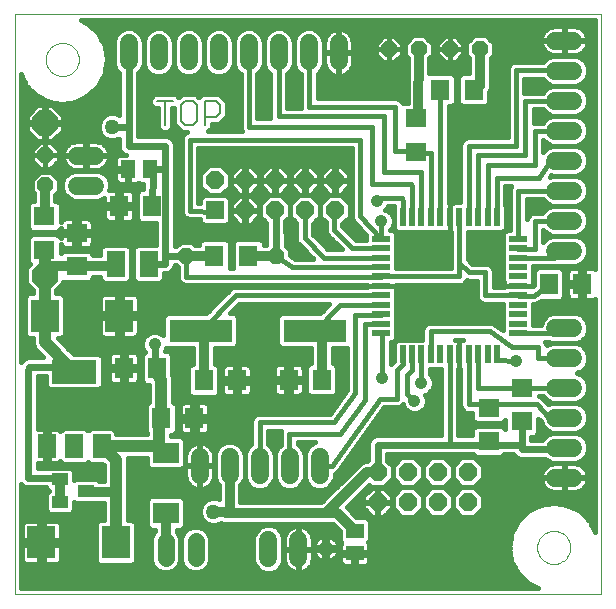
<source format=gtl>
G75*
G70*
%OFA0B0*%
%FSLAX24Y24*%
%IPPOS*%
%LPD*%
%AMOC8*
5,1,8,0,0,1.08239X$1,22.5*
%
%ADD10C,0.0000*%
%ADD11C,0.0070*%
%ADD12OC8,0.0520*%
%ADD13R,0.2100X0.0760*%
%ADD14R,0.0630X0.0709*%
%ADD15R,0.0630X0.0710*%
%ADD16R,0.0591X0.0512*%
%ADD17C,0.0600*%
%ADD18R,0.0866X0.0709*%
%ADD19R,0.0710X0.0630*%
%ADD20R,0.0945X0.1102*%
%ADD21R,0.0591X0.0197*%
%ADD22R,0.0197X0.0591*%
%ADD23R,0.0591X0.0787*%
%ADD24R,0.1496X0.0787*%
%ADD25C,0.0500*%
%ADD26R,0.0709X0.0630*%
%ADD27C,0.0560*%
%ADD28R,0.0512X0.0591*%
%ADD29OC8,0.0600*%
%ADD30R,0.0600X0.0600*%
%ADD31R,0.0551X0.0394*%
%ADD32R,0.0630X0.0866*%
%ADD33OC8,0.0850*%
%ADD34C,0.0160*%
%ADD35C,0.0413*%
%ADD36C,0.0240*%
%ADD37C,0.0320*%
%ADD38C,0.0400*%
D10*
X000101Y000110D02*
X000101Y019462D01*
X019650Y019462D01*
X019650Y000110D01*
X000101Y000110D01*
X017519Y001681D02*
X017521Y001728D01*
X017527Y001774D01*
X017537Y001820D01*
X017550Y001865D01*
X017568Y001908D01*
X017589Y001950D01*
X017613Y001990D01*
X017641Y002027D01*
X017672Y002062D01*
X017706Y002095D01*
X017742Y002124D01*
X017781Y002150D01*
X017822Y002173D01*
X017865Y002192D01*
X017909Y002208D01*
X017954Y002220D01*
X018000Y002228D01*
X018047Y002232D01*
X018093Y002232D01*
X018140Y002228D01*
X018186Y002220D01*
X018231Y002208D01*
X018275Y002192D01*
X018318Y002173D01*
X018359Y002150D01*
X018398Y002124D01*
X018434Y002095D01*
X018468Y002062D01*
X018499Y002027D01*
X018527Y001990D01*
X018551Y001950D01*
X018572Y001908D01*
X018590Y001865D01*
X018603Y001820D01*
X018613Y001774D01*
X018619Y001728D01*
X018621Y001681D01*
X018619Y001634D01*
X018613Y001588D01*
X018603Y001542D01*
X018590Y001497D01*
X018572Y001454D01*
X018551Y001412D01*
X018527Y001372D01*
X018499Y001335D01*
X018468Y001300D01*
X018434Y001267D01*
X018398Y001238D01*
X018359Y001212D01*
X018318Y001189D01*
X018275Y001170D01*
X018231Y001154D01*
X018186Y001142D01*
X018140Y001134D01*
X018093Y001130D01*
X018047Y001130D01*
X018000Y001134D01*
X017954Y001142D01*
X017909Y001154D01*
X017865Y001170D01*
X017822Y001189D01*
X017781Y001212D01*
X017742Y001238D01*
X017706Y001267D01*
X017672Y001300D01*
X017641Y001335D01*
X017613Y001372D01*
X017589Y001412D01*
X017568Y001454D01*
X017550Y001497D01*
X017537Y001542D01*
X017527Y001588D01*
X017521Y001634D01*
X017519Y001681D01*
X001141Y017941D02*
X001143Y017988D01*
X001149Y018034D01*
X001159Y018080D01*
X001172Y018125D01*
X001190Y018168D01*
X001211Y018210D01*
X001235Y018250D01*
X001263Y018287D01*
X001294Y018322D01*
X001328Y018355D01*
X001364Y018384D01*
X001403Y018410D01*
X001444Y018433D01*
X001487Y018452D01*
X001531Y018468D01*
X001576Y018480D01*
X001622Y018488D01*
X001669Y018492D01*
X001715Y018492D01*
X001762Y018488D01*
X001808Y018480D01*
X001853Y018468D01*
X001897Y018452D01*
X001940Y018433D01*
X001981Y018410D01*
X002020Y018384D01*
X002056Y018355D01*
X002090Y018322D01*
X002121Y018287D01*
X002149Y018250D01*
X002173Y018210D01*
X002194Y018168D01*
X002212Y018125D01*
X002225Y018080D01*
X002235Y018034D01*
X002241Y017988D01*
X002243Y017941D01*
X002241Y017894D01*
X002235Y017848D01*
X002225Y017802D01*
X002212Y017757D01*
X002194Y017714D01*
X002173Y017672D01*
X002149Y017632D01*
X002121Y017595D01*
X002090Y017560D01*
X002056Y017527D01*
X002020Y017498D01*
X001981Y017472D01*
X001940Y017449D01*
X001897Y017430D01*
X001853Y017414D01*
X001808Y017402D01*
X001762Y017394D01*
X001715Y017390D01*
X001669Y017390D01*
X001622Y017394D01*
X001576Y017402D01*
X001531Y017414D01*
X001487Y017430D01*
X001444Y017449D01*
X001403Y017472D01*
X001364Y017498D01*
X001328Y017527D01*
X001294Y017560D01*
X001263Y017595D01*
X001235Y017632D01*
X001211Y017672D01*
X001190Y017714D01*
X001172Y017757D01*
X001159Y017802D01*
X001149Y017848D01*
X001143Y017894D01*
X001141Y017941D01*
D11*
X004848Y016553D02*
X005375Y016553D01*
X005640Y016421D02*
X005640Y015894D01*
X005771Y015762D01*
X006035Y015762D01*
X006167Y015894D01*
X006167Y016421D01*
X006035Y016553D01*
X005771Y016553D01*
X005640Y016421D01*
X005111Y016553D02*
X005111Y015762D01*
X006431Y015762D02*
X006431Y016553D01*
X006827Y016553D01*
X006959Y016421D01*
X006959Y016157D01*
X006827Y016026D01*
X006431Y016026D01*
D12*
X005820Y011398D03*
X008820Y011398D03*
X012569Y018283D03*
X013569Y018283D03*
X014618Y018293D03*
X015618Y018293D03*
X001123Y014746D03*
X001123Y013746D03*
D13*
X006296Y008909D03*
X010096Y008909D03*
D14*
X010342Y007265D03*
X009239Y007265D03*
X007508Y007244D03*
X006405Y007244D03*
X006093Y005983D03*
X004990Y005983D03*
X004845Y007658D03*
X003742Y007658D03*
X003582Y013059D03*
X004684Y013059D03*
X017912Y010461D03*
X019015Y010461D03*
D15*
X015406Y016932D03*
X014286Y016932D03*
X007882Y011406D03*
X006762Y011406D03*
D16*
X011434Y002236D03*
X011434Y001488D03*
D17*
X009560Y001322D02*
X009560Y001922D01*
X008560Y001922D02*
X008560Y001322D01*
X008267Y004098D02*
X008267Y004698D01*
X009267Y004698D02*
X009267Y004098D01*
X010267Y004098D02*
X010267Y004698D01*
X007267Y004698D02*
X007267Y004098D01*
X006267Y004098D02*
X006267Y004698D01*
X002779Y013740D02*
X002179Y013740D01*
X002179Y014740D02*
X002779Y014740D01*
X003901Y017877D02*
X003901Y018477D01*
X004901Y018477D02*
X004901Y017877D01*
X005901Y017877D02*
X005901Y018477D01*
X006901Y018477D02*
X006901Y017877D01*
X007901Y017877D02*
X007901Y018477D01*
X008901Y018477D02*
X008901Y017877D01*
X009901Y017877D02*
X009901Y018477D01*
X010901Y018477D02*
X010901Y017877D01*
X018124Y017567D02*
X018724Y017567D01*
X018724Y016567D02*
X018124Y016567D01*
X018124Y015567D02*
X018724Y015567D01*
X018724Y014567D02*
X018124Y014567D01*
X018124Y013567D02*
X018724Y013567D01*
X018724Y012567D02*
X018124Y012567D01*
X018124Y011567D02*
X018724Y011567D01*
X018724Y008992D02*
X018124Y008992D01*
X018124Y007992D02*
X018724Y007992D01*
X018724Y007000D02*
X018124Y007000D01*
X018124Y006000D02*
X018724Y006000D01*
X018724Y005000D02*
X018124Y005000D01*
X018124Y004000D02*
X018724Y004000D01*
X018724Y018567D02*
X018124Y018567D01*
D18*
X005142Y004831D03*
X005142Y002823D03*
D19*
X001084Y011597D03*
X001084Y012716D03*
X013484Y014871D03*
X013484Y015991D03*
X017007Y007005D03*
X017007Y005885D03*
X015905Y006336D03*
X015905Y005216D03*
D20*
X003584Y009401D03*
X001104Y009401D03*
X000990Y001843D03*
X003470Y001843D03*
D21*
X012321Y008822D03*
X012321Y009137D03*
X012321Y009452D03*
X012321Y009767D03*
X012321Y010082D03*
X012321Y010397D03*
X012321Y010712D03*
X012321Y011027D03*
X012321Y011342D03*
X012321Y011657D03*
X012321Y011972D03*
X016888Y011972D03*
X016888Y011657D03*
X016888Y011342D03*
X016888Y011027D03*
X016888Y010712D03*
X016888Y010397D03*
X016888Y010082D03*
X016888Y009767D03*
X016888Y009452D03*
X016888Y009137D03*
X016888Y008822D03*
D22*
X016179Y008114D03*
X015864Y008114D03*
X015549Y008114D03*
X015234Y008114D03*
X014920Y008114D03*
X014605Y008114D03*
X014290Y008114D03*
X013975Y008114D03*
X013660Y008114D03*
X013345Y008114D03*
X013030Y008114D03*
X013030Y012680D03*
X013345Y012680D03*
X013660Y012680D03*
X013975Y012680D03*
X014290Y012680D03*
X014605Y012680D03*
X014920Y012680D03*
X015234Y012680D03*
X015549Y012680D03*
X015864Y012680D03*
X016179Y012680D03*
D23*
X002998Y005057D03*
X002093Y005057D03*
X001187Y005057D03*
D24*
X002093Y007537D03*
D25*
X006727Y002869D03*
X010471Y001642D03*
X003346Y015697D03*
D26*
X002164Y012154D03*
X002164Y011051D03*
D27*
X005129Y001883D02*
X005129Y001323D01*
X006129Y001323D02*
X006129Y001883D01*
D28*
X004625Y014280D03*
X003877Y014280D03*
D29*
X006779Y013914D03*
X007779Y013914D03*
X008779Y013914D03*
X009779Y013914D03*
X010779Y013914D03*
X010779Y012914D03*
X009779Y012914D03*
X008779Y012914D03*
X007779Y012914D03*
X012200Y004189D03*
X013200Y004189D03*
X014200Y004189D03*
X015200Y004189D03*
X015200Y003189D03*
X014200Y003189D03*
X013200Y003189D03*
X012200Y003189D03*
D30*
X006779Y012914D03*
D31*
X001613Y003945D03*
X001613Y003197D03*
X002479Y003571D03*
D32*
X003464Y011130D03*
X004566Y011130D03*
D33*
X001101Y010736D03*
X001101Y015815D03*
D34*
X001071Y015785D02*
X001131Y015785D01*
X001131Y015210D01*
X001352Y015210D01*
X001706Y015565D01*
X001706Y015785D01*
X001132Y015785D01*
X001132Y015845D01*
X001706Y015845D01*
X001706Y016066D01*
X001352Y016420D01*
X001131Y016420D01*
X001131Y015845D01*
X001071Y015845D01*
X001071Y015785D01*
X000496Y015785D01*
X000496Y015565D01*
X000851Y015210D01*
X001071Y015210D01*
X001071Y015785D01*
X001071Y015755D02*
X001131Y015755D01*
X001071Y015845D02*
X000496Y015845D01*
X000496Y016066D01*
X000851Y016420D01*
X001071Y016420D01*
X001071Y015845D01*
X001071Y015914D02*
X001131Y015914D01*
X001131Y016072D02*
X001071Y016072D01*
X001071Y016231D02*
X001131Y016231D01*
X001131Y016390D02*
X001071Y016390D01*
X001206Y016548D02*
X000301Y016548D01*
X000301Y016390D02*
X000820Y016390D01*
X000662Y016231D02*
X000301Y016231D01*
X000301Y016072D02*
X000503Y016072D01*
X000496Y015914D02*
X000301Y015914D01*
X000301Y015755D02*
X000496Y015755D01*
X000496Y015597D02*
X000301Y015597D01*
X000301Y015438D02*
X000623Y015438D01*
X000781Y015280D02*
X000301Y015280D01*
X000301Y015121D02*
X000877Y015121D01*
X000941Y015186D02*
X000683Y014928D01*
X000683Y014746D01*
X001123Y014746D01*
X001123Y014746D01*
X001123Y015186D01*
X000941Y015186D01*
X001071Y015280D02*
X001131Y015280D01*
X001124Y015186D02*
X001124Y014746D01*
X001563Y014746D01*
X001563Y014928D01*
X001306Y015186D01*
X001124Y015186D01*
X001123Y015121D02*
X001124Y015121D01*
X001123Y014963D02*
X001124Y014963D01*
X001123Y014804D02*
X001124Y014804D01*
X001124Y014746D02*
X001123Y014746D01*
X000683Y014746D01*
X000683Y014564D01*
X000941Y014306D01*
X001123Y014306D01*
X001123Y014745D01*
X001124Y014745D01*
X001124Y014306D01*
X001306Y014306D01*
X001563Y014564D01*
X001563Y014746D01*
X001124Y014746D01*
X001124Y014746D01*
X001123Y014646D02*
X001124Y014646D01*
X001123Y014487D02*
X001124Y014487D01*
X001123Y014329D02*
X001124Y014329D01*
X001328Y014329D02*
X001930Y014329D01*
X001928Y014330D02*
X001995Y014295D01*
X002067Y014272D01*
X002142Y014260D01*
X002459Y014260D01*
X002459Y014720D01*
X001699Y014720D01*
X001699Y014703D01*
X001711Y014628D01*
X001735Y014556D01*
X001769Y014489D01*
X001813Y014428D01*
X001867Y014374D01*
X001928Y014330D01*
X001910Y014170D02*
X001350Y014170D01*
X001314Y014206D02*
X000933Y014206D01*
X000663Y013936D01*
X000663Y013555D01*
X000741Y013477D01*
X000741Y013231D01*
X000646Y013231D01*
X000529Y013114D01*
X000529Y012318D01*
X000646Y012201D01*
X001522Y012201D01*
X001630Y012310D01*
X001630Y012231D01*
X002087Y012231D01*
X002087Y012076D01*
X002242Y012076D01*
X002242Y011659D01*
X002542Y011659D01*
X002588Y011671D01*
X002629Y011695D01*
X002663Y011728D01*
X002686Y011769D01*
X002699Y011815D01*
X002699Y012076D01*
X002242Y012076D01*
X002242Y012231D01*
X002699Y012231D01*
X002699Y012492D01*
X002686Y012538D01*
X002663Y012579D01*
X002629Y012613D01*
X002588Y012636D01*
X002542Y012649D01*
X002242Y012649D01*
X002242Y012231D01*
X002087Y012231D01*
X002087Y012649D01*
X001786Y012649D01*
X001741Y012636D01*
X001700Y012613D01*
X001666Y012579D01*
X001642Y012538D01*
X001639Y012525D01*
X001639Y013114D01*
X001522Y013231D01*
X001461Y013231D01*
X001461Y013433D01*
X001583Y013555D01*
X001583Y013936D01*
X001314Y014206D01*
X001508Y014011D02*
X001750Y014011D01*
X001755Y014024D02*
X001679Y013840D01*
X001679Y013641D01*
X001755Y013457D01*
X001896Y013316D01*
X002080Y013240D01*
X002879Y013240D01*
X003063Y013316D01*
X003087Y013341D01*
X003087Y013137D01*
X003504Y013137D01*
X003504Y013594D01*
X003260Y013594D01*
X003279Y013641D01*
X003279Y013840D01*
X003203Y014024D01*
X003063Y014164D01*
X002879Y014240D01*
X002080Y014240D01*
X001896Y014164D01*
X001755Y014024D01*
X001685Y013853D02*
X001583Y013853D01*
X001583Y013694D02*
X001679Y013694D01*
X001723Y013536D02*
X001564Y013536D01*
X001461Y013377D02*
X001835Y013377D01*
X001534Y013219D02*
X003087Y013219D01*
X003087Y012982D02*
X003087Y012681D01*
X003099Y012635D01*
X003123Y012594D01*
X003156Y012561D01*
X003197Y012537D01*
X003243Y012525D01*
X003504Y012525D01*
X003504Y012981D01*
X003659Y012981D01*
X003659Y012525D01*
X003920Y012525D01*
X003966Y012537D01*
X004007Y012561D01*
X004041Y012594D01*
X004064Y012635D01*
X004077Y012681D01*
X004077Y012982D01*
X003659Y012982D01*
X003659Y013137D01*
X003504Y013137D01*
X003504Y012982D01*
X003087Y012982D01*
X003087Y012902D02*
X001639Y012902D01*
X001639Y013060D02*
X003504Y013060D01*
X003659Y013060D02*
X004169Y013060D01*
X004077Y013137D02*
X004077Y013437D01*
X004064Y013483D01*
X004041Y013524D01*
X004007Y013558D01*
X003966Y013581D01*
X003920Y013594D01*
X003659Y013594D01*
X003659Y013137D01*
X004077Y013137D01*
X004077Y013219D02*
X004169Y013219D01*
X004169Y013377D02*
X004077Y013377D01*
X004169Y013496D02*
X004169Y012622D01*
X004286Y012505D01*
X004797Y012505D01*
X004797Y011763D01*
X004168Y011763D01*
X004051Y011646D01*
X004051Y010614D01*
X004168Y010497D01*
X004964Y010497D01*
X005081Y010614D01*
X005081Y010810D01*
X005185Y010810D01*
X005302Y010859D01*
X005392Y010949D01*
X005441Y011066D01*
X005441Y011078D01*
X005489Y011078D01*
X005540Y011028D01*
X005540Y010705D01*
X005540Y010649D01*
X005540Y010648D01*
X005540Y010647D01*
X005561Y010597D01*
X005582Y010546D01*
X005582Y010545D01*
X005583Y010544D01*
X005621Y010506D01*
X005660Y010467D01*
X005661Y010466D01*
X005661Y010466D01*
X005710Y010446D01*
X005762Y010423D01*
X005763Y010423D01*
X005764Y010423D01*
X005817Y010423D01*
X006675Y010417D01*
X006676Y010417D01*
X006730Y010417D01*
X006785Y010417D01*
X006786Y010417D01*
X011846Y010417D01*
X011846Y010397D01*
X012321Y010397D01*
X012321Y010397D01*
X011846Y010397D01*
X011846Y010362D01*
X007525Y010362D01*
X007413Y010362D01*
X007311Y010319D01*
X006480Y009489D01*
X005163Y009489D01*
X005046Y009372D01*
X005046Y008745D01*
X004993Y008798D01*
X004844Y008860D01*
X004682Y008860D01*
X004532Y008798D01*
X004418Y008683D01*
X004356Y008534D01*
X004356Y008372D01*
X004418Y008223D01*
X004438Y008203D01*
X004330Y008095D01*
X004330Y007221D01*
X004447Y007104D01*
X004590Y007104D01*
X004590Y006535D01*
X004475Y006420D01*
X004475Y005546D01*
X004516Y005505D01*
X004516Y005457D01*
X003494Y005457D01*
X003494Y005533D01*
X003376Y005651D01*
X002620Y005651D01*
X002545Y005576D01*
X002471Y005651D01*
X001715Y005651D01*
X001626Y005562D01*
X001593Y005595D01*
X001552Y005618D01*
X001506Y005631D01*
X001255Y005631D01*
X001255Y005125D01*
X001120Y005125D01*
X001120Y005631D01*
X000870Y005631D01*
X000870Y007383D01*
X001145Y007383D01*
X001145Y007061D01*
X001262Y006943D01*
X002924Y006943D01*
X003041Y007061D01*
X003041Y008014D01*
X002924Y008131D01*
X002065Y008131D01*
X001546Y008650D01*
X001659Y008650D01*
X001776Y008767D01*
X001776Y010035D01*
X001659Y010152D01*
X001495Y010152D01*
X001495Y010247D01*
X001726Y010477D01*
X001726Y010537D01*
X001727Y010536D01*
X002602Y010536D01*
X002719Y010654D01*
X002719Y010691D01*
X002762Y010691D01*
X002949Y010691D01*
X002949Y010614D01*
X003066Y010497D01*
X003861Y010497D01*
X003979Y010614D01*
X003979Y011646D01*
X003861Y011763D01*
X003066Y011763D01*
X002949Y011646D01*
X002949Y011411D01*
X002762Y011411D01*
X002719Y011411D01*
X002719Y011449D01*
X002602Y011566D01*
X001727Y011566D01*
X001639Y011478D01*
X001639Y011782D01*
X001642Y011769D01*
X001666Y011728D01*
X001700Y011695D01*
X001741Y011671D01*
X001786Y011659D01*
X002087Y011659D01*
X002087Y012076D01*
X001630Y012076D01*
X001630Y012003D01*
X001522Y012112D01*
X000646Y012112D01*
X000529Y011994D01*
X000529Y011199D01*
X000605Y011123D01*
X000476Y010995D01*
X000476Y010477D01*
X000696Y010258D01*
X000696Y010152D01*
X000548Y010152D01*
X000431Y010035D01*
X000431Y008767D01*
X000548Y008650D01*
X000704Y008650D01*
X000704Y008447D01*
X000765Y008300D01*
X000877Y008187D01*
X001041Y008023D01*
X000524Y008023D01*
X000407Y007975D01*
X000317Y007885D01*
X000301Y007847D01*
X000301Y017451D01*
X000495Y017071D01*
X000822Y016744D01*
X001235Y016534D01*
X001692Y016461D01*
X002149Y016534D01*
X002562Y016744D01*
X002889Y017071D01*
X002889Y017071D01*
X003099Y017484D01*
X003172Y017941D01*
X003099Y018398D01*
X003099Y018398D01*
X002889Y018811D01*
X002562Y019138D01*
X002562Y019138D01*
X002320Y019262D01*
X019450Y019262D01*
X019450Y010949D01*
X019440Y010959D01*
X019399Y010983D01*
X019353Y010995D01*
X019092Y010995D01*
X019092Y010539D01*
X018937Y010539D01*
X018937Y010995D01*
X018676Y010995D01*
X018630Y010983D01*
X018589Y010959D01*
X018556Y010926D01*
X018532Y010885D01*
X018520Y010839D01*
X018520Y010538D01*
X018937Y010538D01*
X018937Y010383D01*
X019092Y010383D01*
X019092Y009926D01*
X019353Y009926D01*
X019399Y009939D01*
X019440Y009962D01*
X019450Y009972D01*
X019450Y002192D01*
X019267Y002551D01*
X019267Y002551D01*
X018940Y002879D01*
X018527Y003089D01*
X018070Y003161D01*
X017613Y003089D01*
X017613Y003089D01*
X017200Y002879D01*
X016873Y002551D01*
X016662Y002139D01*
X016662Y002139D01*
X016590Y001681D01*
X016662Y001224D01*
X016873Y000811D01*
X017200Y000484D01*
X017542Y000310D01*
X000301Y000310D01*
X000301Y003800D01*
X000369Y003733D01*
X000487Y003684D01*
X000614Y003684D01*
X001138Y003684D01*
X001138Y003665D01*
X001232Y003571D01*
X001138Y003477D01*
X001138Y002917D01*
X001255Y002800D01*
X001972Y002800D01*
X002089Y002917D01*
X002089Y003206D01*
X002121Y003174D01*
X002441Y003174D01*
X002447Y003172D01*
X003070Y003172D01*
X003070Y002595D01*
X002915Y002595D01*
X002798Y002477D01*
X002798Y001209D01*
X002915Y001092D01*
X004026Y001092D01*
X004143Y001209D01*
X004143Y002477D01*
X004026Y002595D01*
X003870Y002595D01*
X003870Y003452D01*
X003870Y004505D01*
X003870Y004657D01*
X004509Y004657D01*
X004509Y004394D01*
X004626Y004277D01*
X005657Y004277D01*
X005775Y004394D01*
X005775Y005268D01*
X005657Y005385D01*
X005316Y005385D01*
X005316Y005429D01*
X005388Y005429D01*
X005505Y005546D01*
X005505Y006420D01*
X005390Y006535D01*
X005390Y007215D01*
X005398Y007246D01*
X005390Y007294D01*
X005390Y007343D01*
X005378Y007372D01*
X005374Y007403D01*
X005360Y007426D01*
X005360Y007480D01*
X005362Y007488D01*
X005360Y007552D01*
X005362Y007616D01*
X005360Y007623D01*
X005360Y008095D01*
X005243Y008212D01*
X005097Y008212D01*
X005108Y008223D01*
X005155Y008337D01*
X005163Y008329D01*
X006056Y008329D01*
X006056Y007799D01*
X006008Y007799D01*
X005890Y007681D01*
X005890Y006807D01*
X006008Y006690D01*
X006803Y006690D01*
X006920Y006807D01*
X006920Y007681D01*
X006803Y007799D01*
X006776Y007799D01*
X006776Y008329D01*
X007429Y008329D01*
X007546Y008446D01*
X007546Y009372D01*
X007429Y009489D01*
X007272Y009489D01*
X007585Y009802D01*
X010593Y009802D01*
X010280Y009489D01*
X008963Y009489D01*
X008846Y009372D01*
X008846Y008446D01*
X008963Y008329D01*
X009990Y008329D01*
X009986Y007819D01*
X009944Y007819D01*
X009827Y007702D01*
X009827Y006828D01*
X009944Y006710D01*
X010739Y006710D01*
X010856Y006828D01*
X010856Y007702D01*
X010739Y007819D01*
X010706Y007819D01*
X010710Y008329D01*
X011176Y008329D01*
X011176Y006929D01*
X010604Y006134D01*
X008322Y006134D01*
X008211Y006134D01*
X008108Y006092D01*
X008029Y006013D01*
X007987Y005910D01*
X007987Y005123D01*
X007984Y005122D01*
X007843Y004981D01*
X007767Y004797D01*
X007767Y003998D01*
X007767Y004797D01*
X007691Y004981D01*
X007550Y005122D01*
X007366Y005198D01*
X007167Y005198D01*
X006984Y005122D01*
X006843Y004981D01*
X006767Y004797D01*
X006767Y003998D01*
X006843Y003815D01*
X006907Y003751D01*
X006907Y003282D01*
X006816Y003319D01*
X006637Y003319D01*
X006472Y003251D01*
X006345Y003124D01*
X006277Y002959D01*
X006277Y002780D01*
X006345Y002615D01*
X006472Y002488D01*
X006637Y002419D01*
X006816Y002419D01*
X006981Y002488D01*
X006987Y002493D01*
X007060Y002463D01*
X007204Y002463D01*
X010400Y002463D01*
X010699Y002463D01*
X010939Y002223D01*
X010939Y001898D01*
X010990Y001846D01*
X010971Y001814D01*
X010959Y001768D01*
X010959Y001536D01*
X011386Y001536D01*
X011386Y001440D01*
X010959Y001440D01*
X010959Y001209D01*
X010971Y001163D01*
X010995Y001122D01*
X011029Y001088D01*
X011070Y001065D01*
X011115Y001052D01*
X011386Y001052D01*
X011386Y001440D01*
X011482Y001440D01*
X011482Y001052D01*
X011753Y001052D01*
X011799Y001065D01*
X011840Y001088D01*
X011874Y001122D01*
X011897Y001163D01*
X011910Y001209D01*
X011910Y001440D01*
X011483Y001440D01*
X011483Y001536D01*
X011910Y001536D01*
X011910Y001768D01*
X011897Y001814D01*
X011879Y001846D01*
X011930Y001898D01*
X011930Y002575D01*
X011813Y002692D01*
X011488Y002692D01*
X011169Y003011D01*
X011920Y003762D01*
X011993Y003689D01*
X012407Y003689D01*
X012700Y003982D01*
X012993Y003689D01*
X012700Y003396D01*
X012700Y002982D01*
X012993Y002689D01*
X013407Y002689D01*
X013700Y002982D01*
X013993Y002689D01*
X014407Y002689D01*
X014700Y002982D01*
X014993Y002689D01*
X015407Y002689D01*
X015700Y002982D01*
X015700Y003396D01*
X015407Y003689D01*
X014993Y003689D01*
X014700Y003396D01*
X014407Y003689D01*
X013993Y003689D01*
X013700Y003396D01*
X013407Y003689D01*
X012993Y003689D01*
X013407Y003689D01*
X013700Y003982D01*
X013993Y003689D01*
X014407Y003689D01*
X014700Y003982D01*
X014993Y003689D01*
X015407Y003689D01*
X015700Y003982D01*
X015700Y004396D01*
X015407Y004689D01*
X014993Y004689D01*
X014700Y004396D01*
X014407Y004689D01*
X013993Y004689D01*
X013700Y004396D01*
X013407Y004689D01*
X012993Y004689D01*
X012700Y004396D01*
X012700Y003982D01*
X012700Y004396D01*
X012521Y004575D01*
X012522Y004786D01*
X014541Y004786D01*
X015381Y004786D01*
X015467Y004701D01*
X016342Y004701D01*
X016428Y004786D01*
X016728Y004786D01*
X016736Y004768D01*
X016826Y004678D01*
X016943Y004629D01*
X017788Y004629D01*
X017841Y004576D01*
X018025Y004500D01*
X018824Y004500D01*
X019007Y004576D01*
X019148Y004717D01*
X019224Y004901D01*
X019224Y005100D01*
X019148Y005283D01*
X019007Y005424D01*
X018824Y005500D01*
X019007Y005576D01*
X019148Y005717D01*
X019224Y005901D01*
X019224Y006100D01*
X019148Y006283D01*
X019007Y006424D01*
X018824Y006500D01*
X019007Y006576D01*
X019148Y006717D01*
X019224Y006901D01*
X019224Y007100D01*
X019148Y007283D01*
X019007Y007424D01*
X018833Y007496D01*
X019007Y007568D01*
X019148Y007709D01*
X019224Y007893D01*
X019224Y008092D01*
X019148Y008275D01*
X019007Y008416D01*
X018824Y008492D01*
X019007Y008568D01*
X019148Y008709D01*
X019224Y008893D01*
X019224Y009092D01*
X019148Y009275D01*
X019007Y009416D01*
X018824Y009492D01*
X018025Y009492D01*
X017841Y009416D01*
X017700Y009275D01*
X017629Y009102D01*
X017383Y009102D01*
X017383Y009271D01*
X017383Y009586D01*
X017383Y009787D01*
X017420Y009782D01*
X017438Y009787D01*
X017456Y009787D01*
X017491Y009801D01*
X017527Y009811D01*
X017542Y009823D01*
X017559Y009830D01*
X017586Y009856D01*
X017651Y009906D01*
X018310Y009906D01*
X018427Y010024D01*
X018427Y010898D01*
X018310Y011015D01*
X017515Y011015D01*
X017397Y010898D01*
X017397Y010418D01*
X017363Y010392D01*
X017363Y010397D01*
X017363Y010511D01*
X017383Y010531D01*
X017383Y010846D01*
X017383Y011062D01*
X018052Y011062D01*
X018078Y011056D01*
X018107Y011062D01*
X018137Y011062D01*
X018149Y011067D01*
X018824Y011067D01*
X019007Y011143D01*
X019148Y011284D01*
X019224Y011468D01*
X019224Y011667D01*
X019148Y011850D01*
X019007Y011991D01*
X018824Y012067D01*
X019007Y012143D01*
X019148Y012284D01*
X019224Y012468D01*
X019224Y012667D01*
X019148Y012850D01*
X019007Y012991D01*
X018824Y013067D01*
X019007Y013143D01*
X019148Y013284D01*
X019224Y013468D01*
X019224Y013667D01*
X019148Y013850D01*
X019007Y013991D01*
X018824Y014067D01*
X019007Y014143D01*
X019148Y014284D01*
X019224Y014468D01*
X019224Y014667D01*
X019148Y014850D01*
X019007Y014991D01*
X018824Y015067D01*
X019007Y015143D01*
X019148Y015284D01*
X019224Y015468D01*
X019224Y015667D01*
X019148Y015850D01*
X019007Y015991D01*
X018824Y016067D01*
X019007Y016143D01*
X019148Y016284D01*
X019224Y016468D01*
X019224Y016667D01*
X019148Y016850D01*
X019007Y016991D01*
X018824Y017067D01*
X019007Y017143D01*
X019148Y017284D01*
X019224Y017468D01*
X019224Y017667D01*
X019148Y017850D01*
X019007Y017991D01*
X018824Y018067D01*
X018025Y018067D01*
X017841Y017991D01*
X017717Y017867D01*
X016754Y017867D01*
X016651Y017824D01*
X016573Y017745D01*
X016530Y017642D01*
X016530Y017531D01*
X016530Y015347D01*
X015179Y015347D01*
X015076Y015304D01*
X014997Y015226D01*
X014954Y015123D01*
X014954Y015011D01*
X014954Y013176D01*
X014738Y013176D01*
X014718Y013156D01*
X014605Y013156D01*
X014605Y012681D01*
X014604Y012681D01*
X014604Y013156D01*
X014570Y013156D01*
X014570Y015738D01*
X014570Y015739D01*
X014570Y015796D01*
X014570Y015849D01*
X014569Y015849D01*
X014568Y016377D01*
X014684Y016377D01*
X014801Y016494D01*
X014801Y017370D01*
X014684Y017487D01*
X013926Y017487D01*
X013928Y017992D01*
X014029Y018093D01*
X014029Y018474D01*
X013760Y018743D01*
X013379Y018743D01*
X013109Y018474D01*
X013109Y018093D01*
X013208Y017994D01*
X013203Y016506D01*
X013047Y016506D01*
X013042Y016501D01*
X013032Y016525D01*
X012953Y016604D01*
X012850Y016646D01*
X010200Y016646D01*
X010200Y017470D01*
X010324Y017594D01*
X010401Y017778D01*
X010401Y018577D01*
X010324Y018761D01*
X010184Y018901D01*
X010000Y018977D01*
X009801Y018977D01*
X009617Y018901D01*
X009477Y018761D01*
X009401Y018577D01*
X009401Y017778D01*
X009477Y017594D01*
X009617Y017453D01*
X009640Y017444D01*
X009640Y016331D01*
X009177Y016331D01*
X009177Y017450D01*
X009184Y017453D01*
X009324Y017594D01*
X009401Y017778D01*
X009401Y018577D01*
X009324Y018761D01*
X009184Y018901D01*
X009000Y018977D01*
X008801Y018977D01*
X008617Y018901D01*
X008477Y018761D01*
X008401Y018577D01*
X008401Y017778D01*
X008477Y017594D01*
X008617Y017454D01*
X008617Y015996D01*
X008624Y015977D01*
X008192Y015977D01*
X008192Y017462D01*
X008324Y017594D01*
X008401Y017778D01*
X008401Y018577D01*
X008324Y018761D01*
X008184Y018901D01*
X008000Y018977D01*
X007801Y018977D01*
X007617Y018901D01*
X007477Y018761D01*
X007401Y018577D01*
X007401Y017778D01*
X007477Y017594D01*
X007617Y017453D01*
X007632Y017447D01*
X007632Y015641D01*
X007673Y015544D01*
X006546Y015544D01*
X006666Y015665D01*
X006666Y015791D01*
X006924Y015791D01*
X007062Y015928D01*
X007194Y016060D01*
X007194Y016255D01*
X007194Y016518D01*
X007102Y016609D01*
X007062Y016650D01*
X007062Y016650D01*
X007015Y016697D01*
X006924Y016788D01*
X006729Y016788D01*
X006334Y016788D01*
X006233Y016687D01*
X006231Y016689D01*
X006132Y016788D01*
X005938Y016788D01*
X005869Y016788D01*
X005674Y016788D01*
X005583Y016697D01*
X005573Y016687D01*
X005472Y016788D01*
X004750Y016788D01*
X004613Y016650D01*
X004613Y016455D01*
X004750Y016318D01*
X004876Y016318D01*
X004876Y015665D01*
X005014Y015527D01*
X005209Y015527D01*
X005346Y015665D01*
X005346Y016318D01*
X005405Y016318D01*
X005405Y015991D01*
X005405Y015797D01*
X005536Y015665D01*
X005674Y015527D01*
X005848Y015527D01*
X005785Y015501D01*
X005707Y015423D01*
X005664Y015320D01*
X005664Y012907D01*
X005662Y012855D01*
X005664Y012851D01*
X005664Y012846D01*
X005683Y012799D01*
X005701Y012751D01*
X005705Y012748D01*
X005707Y012743D01*
X005437Y012743D01*
X005437Y012585D02*
X006279Y012585D01*
X006279Y012611D02*
X006279Y012531D01*
X006396Y012414D01*
X007161Y012414D01*
X007279Y012531D01*
X007279Y013296D01*
X007161Y013414D01*
X006396Y013414D01*
X006279Y013296D01*
X006279Y013171D01*
X006224Y013173D01*
X006224Y014984D01*
X011333Y014984D01*
X011333Y012723D01*
X011332Y012671D01*
X011333Y012667D01*
X011333Y012663D01*
X011353Y012616D01*
X011372Y012567D01*
X011374Y012564D01*
X011376Y012560D01*
X011412Y012524D01*
X011826Y012087D01*
X011826Y011937D01*
X011478Y011937D01*
X011027Y012388D01*
X011027Y012455D01*
X011279Y012706D01*
X011279Y013121D01*
X010986Y013414D01*
X010571Y013414D01*
X010279Y013121D01*
X010279Y012706D01*
X010467Y012518D01*
X010467Y012216D01*
X010510Y012113D01*
X010588Y012034D01*
X011001Y011622D01*
X010533Y011622D01*
X010043Y012112D01*
X010043Y012471D01*
X010279Y012706D01*
X010279Y013121D01*
X009986Y013414D01*
X009571Y013414D01*
X009279Y013121D01*
X009279Y012706D01*
X009483Y012502D01*
X009483Y011941D01*
X009525Y011838D01*
X009604Y011759D01*
X010056Y011307D01*
X009443Y011307D01*
X009280Y011420D01*
X009280Y011589D01*
X009135Y011734D01*
X009123Y012551D01*
X009279Y012706D01*
X009279Y013121D01*
X008986Y013414D01*
X008571Y013414D01*
X008279Y013121D01*
X008279Y012706D01*
X008484Y012501D01*
X008494Y011766D01*
X008397Y011766D01*
X008397Y011843D01*
X008280Y011961D01*
X007484Y011961D01*
X007367Y011843D01*
X007367Y010977D01*
X007277Y010977D01*
X007277Y011843D01*
X007160Y011961D01*
X006364Y011961D01*
X006247Y011843D01*
X006247Y011766D01*
X006103Y011766D01*
X006010Y011858D01*
X005629Y011858D01*
X005489Y011718D01*
X005437Y011718D01*
X005437Y014343D01*
X005437Y015003D01*
X005437Y015131D01*
X005388Y015248D01*
X005298Y015338D01*
X005181Y015387D01*
X004217Y015387D01*
X004217Y015633D01*
X004217Y015688D01*
X004217Y015700D01*
X004221Y015708D01*
X004221Y015763D01*
X004224Y015819D01*
X004221Y015827D01*
X004221Y017490D01*
X004324Y017594D01*
X004401Y017778D01*
X004477Y017594D01*
X004617Y017453D01*
X004801Y017377D01*
X005000Y017377D01*
X005184Y017453D01*
X005324Y017594D01*
X005401Y017778D01*
X005477Y017594D01*
X005617Y017453D01*
X005801Y017377D01*
X006000Y017377D01*
X006184Y017453D01*
X006324Y017594D01*
X006401Y017778D01*
X006477Y017594D01*
X006617Y017453D01*
X006801Y017377D01*
X007000Y017377D01*
X007184Y017453D01*
X007324Y017594D01*
X007401Y017778D01*
X007401Y018577D01*
X007324Y018761D01*
X007184Y018901D01*
X007000Y018977D01*
X006801Y018977D01*
X006617Y018901D01*
X006477Y018761D01*
X006401Y018577D01*
X006401Y017778D01*
X006401Y018577D01*
X006324Y018761D01*
X006184Y018901D01*
X006000Y018977D01*
X005801Y018977D01*
X005617Y018901D01*
X005477Y018761D01*
X005401Y018577D01*
X005401Y017778D01*
X005401Y018577D01*
X005324Y018761D01*
X005184Y018901D01*
X005000Y018977D01*
X004801Y018977D01*
X004617Y018901D01*
X004477Y018761D01*
X004401Y018577D01*
X004401Y017778D01*
X004401Y018577D01*
X004324Y018761D01*
X004184Y018901D01*
X004000Y018977D01*
X003801Y018977D01*
X003617Y018901D01*
X003477Y018761D01*
X003401Y018577D01*
X003401Y017778D01*
X003477Y017594D01*
X003581Y017490D01*
X003581Y016087D01*
X003435Y016147D01*
X003256Y016147D01*
X003091Y016078D01*
X002964Y015952D01*
X002896Y015786D01*
X002896Y015607D01*
X002964Y015442D01*
X003091Y015316D01*
X003256Y015247D01*
X003435Y015247D01*
X003577Y015306D01*
X003577Y015131D01*
X003577Y015003D01*
X003625Y014886D01*
X003715Y014796D01*
X003814Y014755D01*
X003597Y014755D01*
X003552Y014743D01*
X003511Y014719D01*
X003477Y014685D01*
X003453Y014644D01*
X003441Y014599D01*
X003441Y014328D01*
X003829Y014328D01*
X003829Y014232D01*
X003441Y014232D01*
X003441Y013961D01*
X003453Y013915D01*
X003477Y013874D01*
X003511Y013840D01*
X003552Y013817D01*
X003597Y013804D01*
X003829Y013804D01*
X003829Y014231D01*
X003925Y014231D01*
X003925Y013804D01*
X004157Y013804D01*
X004202Y013817D01*
X004235Y013836D01*
X004286Y013784D01*
X004377Y013784D01*
X004374Y013614D01*
X004286Y013614D01*
X004169Y013496D01*
X004209Y013536D02*
X004029Y013536D01*
X003925Y013853D02*
X003829Y013853D01*
X003829Y014011D02*
X003925Y014011D01*
X003925Y014170D02*
X003829Y014170D01*
X003441Y014170D02*
X003049Y014170D01*
X002964Y014295D02*
X003031Y014330D01*
X003092Y014374D01*
X003145Y014428D01*
X003190Y014489D01*
X003224Y014556D01*
X003248Y014628D01*
X003259Y014703D01*
X003259Y014720D01*
X002500Y014720D01*
X002500Y014760D01*
X003259Y014760D01*
X003259Y014778D01*
X003248Y014853D01*
X003224Y014925D01*
X003190Y014992D01*
X003145Y015053D01*
X003092Y015106D01*
X003031Y015151D01*
X002964Y015185D01*
X002892Y015208D01*
X002817Y015220D01*
X002499Y015220D01*
X002499Y014761D01*
X002459Y014761D01*
X002459Y015220D01*
X002142Y015220D01*
X002067Y015208D01*
X001995Y015185D01*
X001928Y015151D01*
X001867Y015106D01*
X001813Y015053D01*
X001769Y014992D01*
X001735Y014925D01*
X001711Y014853D01*
X001699Y014778D01*
X001699Y014760D01*
X002459Y014760D01*
X002459Y014720D01*
X002499Y014720D01*
X002499Y014260D01*
X002817Y014260D01*
X002892Y014272D01*
X002964Y014295D01*
X003028Y014329D02*
X003441Y014329D01*
X003441Y014487D02*
X003189Y014487D01*
X003250Y014646D02*
X003454Y014646D01*
X003255Y014804D02*
X003707Y014804D01*
X003594Y014963D02*
X003205Y014963D01*
X003072Y015121D02*
X003577Y015121D01*
X003577Y015280D02*
X003514Y015280D01*
X003177Y015280D02*
X001422Y015280D01*
X001370Y015121D02*
X001887Y015121D01*
X001754Y014963D02*
X001529Y014963D01*
X001563Y014804D02*
X001704Y014804D01*
X001708Y014646D02*
X001563Y014646D01*
X001487Y014487D02*
X001770Y014487D01*
X002459Y014487D02*
X002499Y014487D01*
X002499Y014329D02*
X002459Y014329D01*
X002459Y014646D02*
X002499Y014646D01*
X002499Y014804D02*
X002459Y014804D01*
X002459Y014963D02*
X002499Y014963D01*
X002499Y015121D02*
X002459Y015121D01*
X002968Y015438D02*
X001580Y015438D01*
X001706Y015597D02*
X002900Y015597D01*
X002896Y015755D02*
X001706Y015755D01*
X001706Y015914D02*
X002948Y015914D01*
X003085Y016072D02*
X001700Y016072D01*
X001541Y016231D02*
X003581Y016231D01*
X003581Y016390D02*
X001382Y016390D01*
X001235Y016534D02*
X001235Y016534D01*
X000895Y016707D02*
X000301Y016707D01*
X000301Y016865D02*
X000701Y016865D01*
X000822Y016744D02*
X000822Y016744D01*
X000542Y017024D02*
X000301Y017024D01*
X000301Y017182D02*
X000438Y017182D01*
X000495Y017071D02*
X000495Y017071D01*
X000357Y017341D02*
X000301Y017341D01*
X001692Y016461D02*
X001692Y016461D01*
X002149Y016534D02*
X002149Y016534D01*
X002178Y016548D02*
X003581Y016548D01*
X003581Y016707D02*
X002489Y016707D01*
X002562Y016744D02*
X002562Y016744D01*
X002683Y016865D02*
X003581Y016865D01*
X003581Y017024D02*
X002842Y017024D01*
X002946Y017182D02*
X003581Y017182D01*
X003581Y017341D02*
X003027Y017341D01*
X003099Y017484D02*
X003099Y017484D01*
X003102Y017499D02*
X003571Y017499D01*
X003450Y017658D02*
X003127Y017658D01*
X003152Y017816D02*
X003401Y017816D01*
X003401Y017975D02*
X003167Y017975D01*
X003141Y018134D02*
X003401Y018134D01*
X003401Y018292D02*
X003116Y018292D01*
X003073Y018451D02*
X003401Y018451D01*
X003414Y018609D02*
X002992Y018609D01*
X002911Y018768D02*
X003484Y018768D01*
X003678Y018926D02*
X002774Y018926D01*
X002889Y018811D02*
X002889Y018811D01*
X002615Y019085D02*
X019450Y019085D01*
X019450Y019243D02*
X002356Y019243D01*
X004123Y018926D02*
X004678Y018926D01*
X004484Y018768D02*
X004317Y018768D01*
X004387Y018609D02*
X004414Y018609D01*
X004401Y018451D02*
X004401Y018451D01*
X004401Y018292D02*
X004401Y018292D01*
X004401Y018134D02*
X004401Y018134D01*
X004401Y017975D02*
X004401Y017975D01*
X004401Y017816D02*
X004401Y017816D01*
X004351Y017658D02*
X004450Y017658D01*
X004571Y017499D02*
X004230Y017499D01*
X004221Y017341D02*
X007632Y017341D01*
X007632Y017182D02*
X004221Y017182D01*
X004221Y017024D02*
X007632Y017024D01*
X007632Y016865D02*
X004221Y016865D01*
X004221Y016707D02*
X004669Y016707D01*
X004613Y016548D02*
X004221Y016548D01*
X004221Y016390D02*
X004679Y016390D01*
X004876Y016231D02*
X004221Y016231D01*
X004221Y016072D02*
X004876Y016072D01*
X004876Y015914D02*
X004221Y015914D01*
X004221Y015755D02*
X004876Y015755D01*
X004944Y015597D02*
X004217Y015597D01*
X004217Y015438D02*
X005722Y015438D01*
X005664Y015280D02*
X005357Y015280D01*
X005437Y015121D02*
X005664Y015121D01*
X005664Y014963D02*
X005437Y014963D01*
X005437Y014804D02*
X005664Y014804D01*
X005664Y014646D02*
X005437Y014646D01*
X005437Y014487D02*
X005664Y014487D01*
X005664Y014329D02*
X005437Y014329D01*
X005437Y014170D02*
X005664Y014170D01*
X005664Y014011D02*
X005437Y014011D01*
X005437Y013853D02*
X005664Y013853D01*
X005664Y013694D02*
X005437Y013694D01*
X005437Y013536D02*
X005664Y013536D01*
X005664Y013377D02*
X005437Y013377D01*
X005437Y013219D02*
X005664Y013219D01*
X005664Y013060D02*
X005437Y013060D01*
X005437Y012902D02*
X005664Y012902D01*
X005707Y012743D02*
X005742Y012707D01*
X005778Y012670D01*
X005782Y012668D01*
X005785Y012664D01*
X005832Y012645D01*
X005879Y012624D01*
X005884Y012624D01*
X005888Y012622D01*
X005939Y012622D01*
X006279Y012611D01*
X006383Y012426D02*
X005437Y012426D01*
X005437Y012267D02*
X008487Y012267D01*
X008489Y012109D02*
X005437Y012109D01*
X005437Y011950D02*
X006354Y011950D01*
X006247Y011792D02*
X006077Y011792D01*
X005820Y011398D02*
X005820Y010703D01*
X006731Y010697D01*
X012306Y010697D01*
X012321Y010712D01*
X014920Y010712D01*
X014920Y011169D01*
X015234Y010854D01*
X015786Y010854D01*
X015786Y010082D01*
X016888Y010082D01*
X016903Y010067D01*
X017401Y010067D01*
X017912Y010461D01*
X018427Y010523D02*
X018937Y010523D01*
X018937Y010383D02*
X018520Y010383D01*
X018520Y010083D01*
X018532Y010037D01*
X018556Y009996D01*
X018589Y009962D01*
X018630Y009939D01*
X018676Y009926D01*
X018937Y009926D01*
X018937Y010383D01*
X018937Y010365D02*
X019092Y010365D01*
X019092Y010206D02*
X018937Y010206D01*
X018937Y010048D02*
X019092Y010048D01*
X019450Y009889D02*
X017629Y009889D01*
X017383Y009731D02*
X019450Y009731D01*
X019450Y009572D02*
X017383Y009572D01*
X017383Y009414D02*
X017839Y009414D01*
X017692Y009255D02*
X017383Y009255D01*
X016888Y008822D02*
X018424Y008822D01*
X018424Y008992D01*
X018025Y008492D02*
X018824Y008492D01*
X018025Y008492D01*
X017841Y008416D01*
X017838Y008413D01*
X017838Y008430D01*
X017795Y008533D01*
X017786Y008542D01*
X017904Y008542D01*
X018025Y008492D01*
X017953Y008462D02*
X017825Y008462D01*
X017558Y008374D02*
X017558Y007980D01*
X018424Y007992D01*
X018869Y007511D02*
X019450Y007511D01*
X019450Y007353D02*
X019079Y007353D01*
X019185Y007194D02*
X019450Y007194D01*
X019450Y007036D02*
X019224Y007036D01*
X019214Y006877D02*
X019450Y006877D01*
X019450Y006718D02*
X019149Y006718D01*
X018968Y006560D02*
X019450Y006560D01*
X019450Y006401D02*
X019030Y006401D01*
X019165Y006243D02*
X019450Y006243D01*
X019450Y006084D02*
X019224Y006084D01*
X019224Y005926D02*
X019450Y005926D01*
X019450Y005767D02*
X019169Y005767D01*
X019040Y005609D02*
X019450Y005609D01*
X019450Y005450D02*
X018945Y005450D01*
X018824Y005500D02*
X018025Y005500D01*
X017841Y005424D01*
X017700Y005283D01*
X017694Y005269D01*
X017327Y005269D01*
X017327Y005370D01*
X017445Y005370D01*
X017562Y005487D01*
X017562Y005965D01*
X017631Y005884D01*
X017700Y005717D01*
X017841Y005576D01*
X018025Y005500D01*
X018824Y005500D01*
X019140Y005292D02*
X019450Y005292D01*
X019450Y005133D02*
X019210Y005133D01*
X019224Y004974D02*
X019450Y004974D01*
X019450Y004816D02*
X019189Y004816D01*
X019089Y004657D02*
X019450Y004657D01*
X019450Y004499D02*
X015597Y004499D01*
X015700Y004340D02*
X017786Y004340D01*
X017812Y004366D02*
X017758Y004313D01*
X017714Y004252D01*
X017679Y004184D01*
X017656Y004113D01*
X017644Y004038D01*
X017644Y004020D01*
X018404Y004020D01*
X018404Y003980D01*
X017644Y003980D01*
X017644Y003962D01*
X017656Y003888D01*
X017679Y003816D01*
X017714Y003749D01*
X017758Y003687D01*
X017812Y003634D01*
X017873Y003590D01*
X017940Y003555D01*
X018012Y003532D01*
X018086Y003520D01*
X018404Y003520D01*
X018404Y003980D01*
X018444Y003980D01*
X018444Y003520D01*
X018762Y003520D01*
X018837Y003532D01*
X018909Y003555D01*
X018976Y003590D01*
X019037Y003634D01*
X019090Y003687D01*
X019135Y003749D01*
X019169Y003816D01*
X019192Y003888D01*
X019204Y003962D01*
X019204Y003980D01*
X018444Y003980D01*
X018444Y004020D01*
X018404Y004020D01*
X018404Y004480D01*
X018086Y004480D01*
X018012Y004468D01*
X017940Y004445D01*
X017873Y004411D01*
X017812Y004366D01*
X017679Y004182D02*
X015700Y004182D01*
X015700Y004023D02*
X017644Y004023D01*
X017664Y003865D02*
X015582Y003865D01*
X015424Y003706D02*
X017745Y003706D01*
X017964Y003548D02*
X015548Y003548D01*
X015700Y003389D02*
X019450Y003389D01*
X019450Y003230D02*
X015700Y003230D01*
X015700Y003072D02*
X017580Y003072D01*
X017268Y002913D02*
X015631Y002913D01*
X015473Y002755D02*
X017076Y002755D01*
X017200Y002879D02*
X017200Y002879D01*
X016918Y002596D02*
X011909Y002596D01*
X012001Y002709D02*
X012180Y002709D01*
X012180Y003169D01*
X012220Y003169D01*
X012220Y003209D01*
X012680Y003209D01*
X012680Y003388D01*
X012399Y003669D01*
X012220Y003669D01*
X012220Y003209D01*
X012180Y003209D01*
X012180Y003669D01*
X012001Y003669D01*
X011720Y003388D01*
X011720Y003209D01*
X012180Y003209D01*
X012180Y003169D01*
X011720Y003169D01*
X011720Y002990D01*
X012001Y002709D01*
X011955Y002755D02*
X011425Y002755D01*
X011267Y002913D02*
X011797Y002913D01*
X011720Y003072D02*
X011229Y003072D01*
X011388Y003230D02*
X011720Y003230D01*
X011721Y003389D02*
X011547Y003389D01*
X011705Y003548D02*
X011879Y003548D01*
X011864Y003706D02*
X011976Y003706D01*
X012180Y003548D02*
X012220Y003548D01*
X012220Y003389D02*
X012180Y003389D01*
X012180Y003230D02*
X012220Y003230D01*
X012220Y003169D02*
X012680Y003169D01*
X012680Y002990D01*
X012399Y002709D01*
X012220Y002709D01*
X012220Y003169D01*
X012220Y003072D02*
X012180Y003072D01*
X012180Y002913D02*
X012220Y002913D01*
X012220Y002755D02*
X012180Y002755D01*
X012444Y002755D02*
X012927Y002755D01*
X012768Y002913D02*
X012603Y002913D01*
X012680Y003072D02*
X012700Y003072D01*
X012700Y003230D02*
X012680Y003230D01*
X012679Y003389D02*
X012700Y003389D01*
X012851Y003548D02*
X012520Y003548D01*
X012424Y003706D02*
X012976Y003706D01*
X012817Y003865D02*
X012582Y003865D01*
X012700Y004023D02*
X012700Y004023D01*
X012700Y004182D02*
X012700Y004182D01*
X012700Y004340D02*
X012700Y004340D01*
X012802Y004499D02*
X012597Y004499D01*
X012522Y004657D02*
X012961Y004657D01*
X013439Y004657D02*
X013961Y004657D01*
X013802Y004499D02*
X013597Y004499D01*
X013700Y004396D02*
X013700Y003982D01*
X013700Y004396D01*
X013700Y004340D02*
X013700Y004340D01*
X013700Y004182D02*
X013700Y004182D01*
X013700Y004023D02*
X013700Y004023D01*
X013817Y003865D02*
X013582Y003865D01*
X013424Y003706D02*
X013976Y003706D01*
X013851Y003548D02*
X013548Y003548D01*
X013700Y003396D02*
X013700Y002982D01*
X013700Y003396D01*
X013700Y003389D02*
X013700Y003389D01*
X013700Y003230D02*
X013700Y003230D01*
X013700Y003072D02*
X013700Y003072D01*
X013768Y002913D02*
X013631Y002913D01*
X013473Y002755D02*
X013927Y002755D01*
X014473Y002755D02*
X014927Y002755D01*
X014768Y002913D02*
X014631Y002913D01*
X014700Y002982D02*
X014700Y003396D01*
X014700Y002982D01*
X014700Y003072D02*
X014700Y003072D01*
X014700Y003230D02*
X014700Y003230D01*
X014700Y003389D02*
X014700Y003389D01*
X014548Y003548D02*
X014851Y003548D01*
X014976Y003706D02*
X014424Y003706D01*
X014582Y003865D02*
X014817Y003865D01*
X014700Y003982D02*
X014700Y004396D01*
X014700Y003982D01*
X014700Y004023D02*
X014700Y004023D01*
X014700Y004182D02*
X014700Y004182D01*
X014700Y004340D02*
X014700Y004340D01*
X014802Y004499D02*
X014597Y004499D01*
X014439Y004657D02*
X014961Y004657D01*
X015439Y004657D02*
X016875Y004657D01*
X017327Y005292D02*
X017709Y005292D01*
X017525Y005450D02*
X017904Y005450D01*
X017809Y005609D02*
X017562Y005609D01*
X017562Y005767D02*
X017680Y005767D01*
X017596Y005926D02*
X017562Y005926D01*
X017901Y006000D02*
X017519Y006445D01*
X015865Y006445D01*
X015235Y006445D01*
X015235Y007232D01*
X015234Y007232D01*
X015234Y008114D01*
X014920Y008114D02*
X014919Y008114D01*
X014919Y008589D01*
X014806Y008589D01*
X014789Y008606D01*
X015050Y008606D01*
X015033Y008589D01*
X014920Y008589D01*
X014920Y008114D01*
X014920Y008113D02*
X014920Y007638D01*
X014954Y007638D01*
X014954Y007287D01*
X014954Y007176D01*
X014955Y007174D01*
X014955Y006501D01*
X014955Y006389D01*
X014998Y006286D01*
X015077Y006208D01*
X015180Y006165D01*
X015350Y006165D01*
X015350Y005938D01*
X015467Y005821D01*
X016342Y005821D01*
X016452Y005930D01*
X016452Y005621D01*
X016342Y005731D01*
X015467Y005731D01*
X015350Y005614D01*
X015350Y005426D01*
X014885Y005426D01*
X014885Y007638D01*
X014919Y007638D01*
X014919Y008113D01*
X014920Y008113D01*
X014919Y008145D02*
X014920Y008145D01*
X014919Y007987D02*
X014920Y007987D01*
X014919Y007828D02*
X014920Y007828D01*
X014919Y007670D02*
X014920Y007670D01*
X014885Y007511D02*
X014954Y007511D01*
X014954Y007353D02*
X014885Y007353D01*
X014885Y007194D02*
X014954Y007194D01*
X014955Y007036D02*
X014885Y007036D01*
X014885Y006877D02*
X014955Y006877D01*
X014955Y006718D02*
X014885Y006718D01*
X014885Y006560D02*
X014955Y006560D01*
X014955Y006401D02*
X014885Y006401D01*
X014885Y006243D02*
X015042Y006243D01*
X014885Y006084D02*
X015350Y006084D01*
X015362Y005926D02*
X014885Y005926D01*
X014885Y005767D02*
X016452Y005767D01*
X016447Y005926D02*
X016452Y005926D01*
X015905Y006336D02*
X015865Y006445D01*
X015549Y007005D02*
X017007Y007005D01*
X017007Y007000D01*
X018424Y007000D01*
X018301Y007040D01*
X018025Y006500D02*
X018824Y006500D01*
X018025Y006500D01*
X017889Y006444D01*
X017760Y006593D01*
X017756Y006604D01*
X017724Y006635D01*
X017695Y006670D01*
X017685Y006675D01*
X017677Y006682D01*
X017636Y006700D01*
X017596Y006720D01*
X017593Y006720D01*
X017699Y006720D01*
X017700Y006717D01*
X017841Y006576D01*
X018025Y006500D01*
X017881Y006560D02*
X017789Y006560D01*
X017700Y006718D02*
X017599Y006718D01*
X017901Y006000D02*
X018424Y006000D01*
X018346Y004988D02*
X018385Y004949D01*
X018444Y004480D02*
X018444Y004020D01*
X019204Y004020D01*
X019204Y004038D01*
X019192Y004113D01*
X019169Y004184D01*
X019135Y004252D01*
X019090Y004313D01*
X019037Y004366D01*
X018976Y004411D01*
X018909Y004445D01*
X018837Y004468D01*
X018762Y004480D01*
X018444Y004480D01*
X018444Y004340D02*
X018404Y004340D01*
X018404Y004182D02*
X018444Y004182D01*
X018444Y004023D02*
X018404Y004023D01*
X018404Y003865D02*
X018444Y003865D01*
X018444Y003706D02*
X018404Y003706D01*
X018404Y003548D02*
X018444Y003548D01*
X018885Y003548D02*
X019450Y003548D01*
X019450Y003706D02*
X019104Y003706D01*
X019185Y003865D02*
X019450Y003865D01*
X019450Y004023D02*
X019204Y004023D01*
X019170Y004182D02*
X019450Y004182D01*
X019450Y004340D02*
X019063Y004340D01*
X018070Y003161D02*
X018070Y003161D01*
X018527Y003089D02*
X018527Y003089D01*
X018560Y003072D02*
X019450Y003072D01*
X019450Y002913D02*
X018871Y002913D01*
X018940Y002879D02*
X018940Y002879D01*
X019064Y002755D02*
X019450Y002755D01*
X019450Y002596D02*
X019222Y002596D01*
X019325Y002438D02*
X019450Y002438D01*
X019450Y002279D02*
X019406Y002279D01*
X017410Y000377D02*
X000301Y000377D01*
X000301Y000535D02*
X017149Y000535D01*
X016990Y000694D02*
X000301Y000694D01*
X000301Y000852D02*
X005010Y000852D01*
X005033Y000843D02*
X005224Y000843D01*
X005401Y000916D01*
X005536Y001051D01*
X005609Y001227D01*
X005609Y001978D01*
X005536Y002154D01*
X005502Y002189D01*
X005502Y002269D01*
X005657Y002269D01*
X005775Y002386D01*
X005775Y003260D01*
X005657Y003377D01*
X004626Y003377D01*
X004509Y003260D01*
X004509Y002386D01*
X004626Y002269D01*
X004782Y002269D01*
X004782Y002214D01*
X004722Y002154D01*
X004649Y001978D01*
X004649Y001227D01*
X004722Y001051D01*
X004857Y000916D01*
X005033Y000843D01*
X005248Y000852D02*
X006010Y000852D01*
X006033Y000843D02*
X006224Y000843D01*
X006401Y000916D01*
X006536Y001051D01*
X006609Y001227D01*
X006609Y001978D01*
X006536Y002154D01*
X006401Y002289D01*
X006224Y002362D01*
X006033Y002362D01*
X005857Y002289D01*
X005722Y002154D01*
X005649Y001978D01*
X005649Y001227D01*
X005722Y001051D01*
X005857Y000916D01*
X006033Y000843D01*
X006248Y000852D02*
X008387Y000852D01*
X008460Y000822D02*
X008659Y000822D01*
X008843Y000898D01*
X008984Y001039D01*
X009060Y001223D01*
X009060Y002022D01*
X008984Y002205D01*
X008843Y002346D01*
X008659Y002422D01*
X008460Y002422D01*
X008276Y002346D01*
X008136Y002205D01*
X008060Y002022D01*
X008060Y001223D01*
X008136Y001039D01*
X008276Y000898D01*
X008460Y000822D01*
X008732Y000852D02*
X009458Y000852D01*
X009447Y000854D02*
X009522Y000842D01*
X009540Y000842D01*
X009540Y001602D01*
X009580Y001602D01*
X009580Y001642D01*
X010040Y001642D01*
X010040Y001960D01*
X010028Y002035D01*
X010004Y002106D01*
X009970Y002174D01*
X009926Y002235D01*
X009872Y002288D01*
X009811Y002333D01*
X009744Y002367D01*
X009672Y002390D01*
X009597Y002402D01*
X009580Y002402D01*
X009580Y001642D01*
X009540Y001642D01*
X009540Y002402D01*
X009522Y002402D01*
X009447Y002390D01*
X009375Y002367D01*
X009308Y002333D01*
X009247Y002288D01*
X009194Y002235D01*
X009149Y002174D01*
X009115Y002106D01*
X009091Y002035D01*
X009080Y001960D01*
X009080Y001642D01*
X009539Y001642D01*
X009539Y001602D01*
X009080Y001602D01*
X009080Y001284D01*
X009091Y001210D01*
X009115Y001138D01*
X009149Y001071D01*
X009194Y001009D01*
X009247Y000956D01*
X009308Y000912D01*
X009375Y000877D01*
X009447Y000854D01*
X009540Y000852D02*
X009580Y000852D01*
X009580Y000842D02*
X009597Y000842D01*
X009672Y000854D01*
X009744Y000877D01*
X009811Y000912D01*
X009872Y000956D01*
X009926Y001009D01*
X009970Y001071D01*
X010004Y001138D01*
X010028Y001210D01*
X010040Y001284D01*
X010040Y001602D01*
X009580Y001602D01*
X009580Y000842D01*
X009661Y000852D02*
X016852Y000852D01*
X016873Y000811D02*
X016873Y000811D01*
X016771Y001011D02*
X009927Y001011D01*
X010015Y001169D02*
X010970Y001169D01*
X010959Y001328D02*
X010766Y001328D01*
X010752Y001314D02*
X010799Y001362D01*
X010839Y001416D01*
X010870Y001477D01*
X010891Y001541D01*
X010900Y001597D01*
X010517Y001597D01*
X010517Y001687D01*
X010900Y001687D01*
X010891Y001743D01*
X010870Y001807D01*
X010839Y001867D01*
X010799Y001922D01*
X010752Y001970D01*
X010697Y002010D01*
X010637Y002040D01*
X010572Y002061D01*
X010516Y002070D01*
X010516Y001687D01*
X010426Y001687D01*
X010426Y001597D01*
X010043Y001597D01*
X010052Y001541D01*
X010073Y001477D01*
X010104Y001416D01*
X010144Y001362D01*
X010191Y001314D01*
X010246Y001274D01*
X010306Y001243D01*
X010371Y001222D01*
X010426Y001214D01*
X010426Y001597D01*
X010516Y001597D01*
X010516Y001214D01*
X010572Y001222D01*
X010637Y001243D01*
X010697Y001274D01*
X010752Y001314D01*
X010873Y001486D02*
X011386Y001486D01*
X011483Y001486D02*
X016621Y001486D01*
X016646Y001328D02*
X011910Y001328D01*
X011899Y001169D02*
X016690Y001169D01*
X016662Y001224D02*
X016662Y001224D01*
X016596Y001645D02*
X011910Y001645D01*
X011900Y001804D02*
X016609Y001804D01*
X016590Y001681D02*
X016590Y001681D01*
X016634Y001962D02*
X011930Y001962D01*
X011930Y002121D02*
X016660Y002121D01*
X016734Y002279D02*
X011930Y002279D01*
X011930Y002438D02*
X016815Y002438D01*
X016873Y002551D02*
X016873Y002551D01*
X014605Y005106D02*
X014605Y008114D01*
X014605Y008114D01*
X014919Y008304D02*
X014920Y008304D01*
X014919Y008462D02*
X014920Y008462D01*
X015549Y008114D02*
X015549Y007005D01*
X016180Y007917D02*
X016179Y008114D01*
X016180Y007917D02*
X016810Y007902D01*
X016692Y008374D02*
X017558Y008374D01*
X016692Y008374D02*
X015944Y008886D01*
X013975Y008886D01*
X013975Y008114D01*
X013660Y008114D02*
X013660Y007154D01*
X013660Y007154D01*
X013940Y007450D02*
X013940Y007618D01*
X014108Y007618D01*
X014325Y007618D01*
X014325Y005426D01*
X012219Y005426D01*
X012200Y005419D01*
X012141Y005419D01*
X012024Y005371D01*
X011933Y005281D01*
X011884Y005164D01*
X011882Y004578D01*
X011853Y004549D01*
X011766Y004549D01*
X011634Y004494D01*
X010322Y003183D01*
X007627Y003183D01*
X007627Y003751D01*
X007691Y003815D01*
X007767Y003998D01*
X007843Y003815D01*
X007984Y003674D01*
X008167Y003598D01*
X008366Y003598D01*
X008550Y003674D01*
X008691Y003815D01*
X008767Y003998D01*
X008843Y003815D01*
X008984Y003674D01*
X009167Y003598D01*
X009366Y003598D01*
X009550Y003674D01*
X009691Y003815D01*
X009767Y003998D01*
X009843Y003815D01*
X009984Y003674D01*
X010167Y003598D01*
X010366Y003598D01*
X010550Y003674D01*
X010691Y003815D01*
X010767Y003998D01*
X010767Y004130D01*
X010768Y004130D01*
X010797Y004148D01*
X010827Y004160D01*
X010843Y004177D01*
X010863Y004189D01*
X010882Y004216D01*
X010906Y004239D01*
X010914Y004261D01*
X012426Y006362D01*
X012889Y006362D01*
X012992Y006405D01*
X013033Y006445D01*
X013079Y006333D01*
X013194Y006218D01*
X013343Y006156D01*
X013505Y006156D01*
X013655Y006218D01*
X013769Y006333D01*
X013831Y006482D01*
X013831Y006644D01*
X013781Y006764D01*
X013891Y006809D01*
X014005Y006923D01*
X014067Y007073D01*
X014067Y007235D01*
X014005Y007384D01*
X013940Y007450D01*
X013940Y007511D02*
X014325Y007511D01*
X014325Y007353D02*
X014018Y007353D01*
X014067Y007194D02*
X014325Y007194D01*
X014325Y007036D02*
X014052Y007036D01*
X013959Y006877D02*
X014325Y006877D01*
X014325Y006718D02*
X013800Y006718D01*
X013831Y006560D02*
X014325Y006560D01*
X014325Y006401D02*
X013797Y006401D01*
X013679Y006243D02*
X014325Y006243D01*
X014325Y006084D02*
X012226Y006084D01*
X012112Y005926D02*
X014325Y005926D01*
X014325Y005767D02*
X011998Y005767D01*
X011884Y005609D02*
X014325Y005609D01*
X014325Y005450D02*
X011770Y005450D01*
X011656Y005292D02*
X011944Y005292D01*
X011884Y005133D02*
X011542Y005133D01*
X011428Y004974D02*
X011883Y004974D01*
X011883Y004816D02*
X011314Y004816D01*
X011200Y004657D02*
X011882Y004657D01*
X011645Y004499D02*
X011086Y004499D01*
X010972Y004340D02*
X011480Y004340D01*
X011321Y004182D02*
X010851Y004182D01*
X010767Y004023D02*
X011163Y004023D01*
X011004Y003865D02*
X010711Y003865D01*
X010582Y003706D02*
X010846Y003706D01*
X010687Y003548D02*
X007627Y003548D01*
X007627Y003706D02*
X007951Y003706D01*
X007822Y003865D02*
X007711Y003865D01*
X007767Y004023D02*
X007767Y004023D01*
X007767Y004182D02*
X007767Y004182D01*
X007767Y004340D02*
X007767Y004340D01*
X007767Y004499D02*
X007767Y004499D01*
X007767Y004657D02*
X007767Y004657D01*
X007759Y004816D02*
X007775Y004816D01*
X007840Y004974D02*
X007693Y004974D01*
X007523Y005133D02*
X007987Y005133D01*
X007987Y005292D02*
X005751Y005292D01*
X005754Y005449D02*
X006015Y005449D01*
X006015Y005905D01*
X006170Y005905D01*
X006170Y005449D01*
X006431Y005449D01*
X006477Y005461D01*
X006518Y005484D01*
X006552Y005518D01*
X006575Y005559D01*
X006588Y005605D01*
X006588Y005905D01*
X006170Y005905D01*
X006170Y006060D01*
X006588Y006060D01*
X006588Y006361D01*
X006575Y006407D01*
X006552Y006448D01*
X006518Y006481D01*
X006477Y006505D01*
X006431Y006517D01*
X006170Y006517D01*
X006170Y006061D01*
X006015Y006061D01*
X006015Y006517D01*
X005754Y006517D01*
X005708Y006505D01*
X005667Y006481D01*
X005634Y006448D01*
X005610Y006407D01*
X005598Y006361D01*
X005598Y006060D01*
X006015Y006060D01*
X006015Y005905D01*
X005598Y005905D01*
X005598Y005605D01*
X005610Y005559D01*
X005634Y005518D01*
X005667Y005484D01*
X005708Y005461D01*
X005754Y005449D01*
X005748Y005450D02*
X005410Y005450D01*
X005505Y005609D02*
X005598Y005609D01*
X005598Y005767D02*
X005505Y005767D01*
X005505Y005926D02*
X006015Y005926D01*
X006170Y005926D02*
X007993Y005926D01*
X007987Y005767D02*
X006588Y005767D01*
X006588Y005609D02*
X007987Y005609D01*
X007987Y005450D02*
X006437Y005450D01*
X006170Y005450D02*
X006015Y005450D01*
X006015Y005609D02*
X006170Y005609D01*
X006170Y005767D02*
X006015Y005767D01*
X006015Y006084D02*
X006170Y006084D01*
X006170Y006243D02*
X006015Y006243D01*
X006015Y006401D02*
X006170Y006401D01*
X005979Y006718D02*
X005390Y006718D01*
X005390Y006560D02*
X010910Y006560D01*
X011024Y006718D02*
X010747Y006718D01*
X010856Y006877D02*
X011138Y006877D01*
X011176Y007036D02*
X010856Y007036D01*
X010856Y007194D02*
X011176Y007194D01*
X011176Y007353D02*
X010856Y007353D01*
X010856Y007511D02*
X011176Y007511D01*
X011176Y007670D02*
X010856Y007670D01*
X010706Y007828D02*
X011176Y007828D01*
X011176Y007987D02*
X010708Y007987D01*
X010709Y008145D02*
X011176Y008145D01*
X011176Y008304D02*
X010710Y008304D01*
X009990Y008304D02*
X006776Y008304D01*
X006776Y008145D02*
X009989Y008145D01*
X009988Y007987D02*
X006776Y007987D01*
X006776Y007828D02*
X009986Y007828D01*
X009827Y007670D02*
X009727Y007670D01*
X009722Y007689D02*
X009698Y007730D01*
X009665Y007763D01*
X009624Y007787D01*
X009578Y007799D01*
X009317Y007799D01*
X009317Y007342D01*
X009734Y007342D01*
X009734Y007643D01*
X009722Y007689D01*
X009734Y007511D02*
X009827Y007511D01*
X009827Y007353D02*
X009734Y007353D01*
X009734Y007187D02*
X009317Y007187D01*
X009317Y007342D01*
X009162Y007342D01*
X009161Y007342D02*
X009161Y007187D01*
X008744Y007187D01*
X008744Y006887D01*
X008757Y006841D01*
X008780Y006800D01*
X008814Y006766D01*
X008855Y006743D01*
X008901Y006730D01*
X009162Y006730D01*
X009162Y007187D01*
X009317Y007187D01*
X009317Y006730D01*
X009578Y006730D01*
X009624Y006743D01*
X009665Y006766D01*
X009698Y006800D01*
X009722Y006841D01*
X009734Y006887D01*
X009734Y007187D01*
X009827Y007194D02*
X009317Y007194D01*
X009161Y007194D02*
X007585Y007194D01*
X007585Y007167D02*
X007585Y007322D01*
X007430Y007322D01*
X007430Y007779D01*
X007169Y007779D01*
X007123Y007766D01*
X007082Y007743D01*
X007049Y007709D01*
X007025Y007668D01*
X007013Y007622D01*
X007013Y007322D01*
X007430Y007322D01*
X007430Y007167D01*
X007013Y007167D01*
X007013Y006866D01*
X007025Y006820D01*
X007049Y006779D01*
X007082Y006746D01*
X007123Y006722D01*
X007169Y006710D01*
X007430Y006710D01*
X007430Y007166D01*
X007585Y007166D01*
X007585Y006710D01*
X007846Y006710D01*
X007892Y006722D01*
X007933Y006746D01*
X007967Y006779D01*
X007990Y006820D01*
X008003Y006866D01*
X008003Y007167D01*
X007585Y007167D01*
X007585Y007036D02*
X007430Y007036D01*
X007430Y007194D02*
X006920Y007194D01*
X006920Y007036D02*
X007013Y007036D01*
X007013Y006877D02*
X006920Y006877D01*
X006832Y006718D02*
X007137Y006718D01*
X007430Y006718D02*
X007585Y006718D01*
X007585Y006877D02*
X007430Y006877D01*
X007585Y007322D02*
X008003Y007322D01*
X008003Y007622D01*
X007990Y007668D01*
X007967Y007709D01*
X007933Y007743D01*
X007892Y007766D01*
X007846Y007779D01*
X007585Y007779D01*
X007585Y007322D01*
X007585Y007353D02*
X007430Y007353D01*
X007430Y007511D02*
X007585Y007511D01*
X007585Y007670D02*
X007430Y007670D01*
X007026Y007670D02*
X006920Y007670D01*
X006920Y007511D02*
X007013Y007511D01*
X007013Y007353D02*
X006920Y007353D01*
X006056Y007828D02*
X005360Y007828D01*
X005360Y007670D02*
X005890Y007670D01*
X005890Y007511D02*
X005362Y007511D01*
X005386Y007353D02*
X005890Y007353D01*
X005890Y007194D02*
X005390Y007194D01*
X005390Y007036D02*
X005890Y007036D01*
X005890Y006877D02*
X005390Y006877D01*
X005505Y006401D02*
X005609Y006401D01*
X005598Y006243D02*
X005505Y006243D01*
X005505Y006084D02*
X005598Y006084D01*
X005775Y005133D02*
X006064Y005133D01*
X006082Y005143D02*
X006015Y005108D01*
X005954Y005064D01*
X005901Y005010D01*
X005856Y004949D01*
X005822Y004882D01*
X005799Y004810D01*
X005787Y004736D01*
X005787Y004418D01*
X006246Y004418D01*
X006246Y004378D01*
X005787Y004378D01*
X005787Y004060D01*
X005799Y003985D01*
X005822Y003914D01*
X005856Y003846D01*
X005901Y003785D01*
X005954Y003732D01*
X006015Y003687D01*
X006082Y003653D01*
X006154Y003630D01*
X006229Y003618D01*
X006247Y003618D01*
X006247Y004378D01*
X006287Y004378D01*
X006287Y004418D01*
X006747Y004418D01*
X006747Y004736D01*
X006735Y004810D01*
X006712Y004882D01*
X006677Y004949D01*
X006633Y005010D01*
X006579Y005064D01*
X006518Y005108D01*
X006451Y005143D01*
X006379Y005166D01*
X006305Y005178D01*
X006287Y005178D01*
X006287Y004418D01*
X006247Y004418D01*
X006247Y005178D01*
X006229Y005178D01*
X006154Y005166D01*
X006082Y005143D01*
X006247Y005133D02*
X006287Y005133D01*
X006287Y004974D02*
X006247Y004974D01*
X006247Y004816D02*
X006287Y004816D01*
X006287Y004657D02*
X006247Y004657D01*
X006247Y004499D02*
X006287Y004499D01*
X006287Y004378D02*
X006747Y004378D01*
X006747Y004060D01*
X006735Y003985D01*
X006712Y003914D01*
X006677Y003846D01*
X006633Y003785D01*
X006579Y003732D01*
X006518Y003687D01*
X006451Y003653D01*
X006379Y003630D01*
X006305Y003618D01*
X006287Y003618D01*
X006287Y004378D01*
X006287Y004340D02*
X006247Y004340D01*
X006247Y004182D02*
X006287Y004182D01*
X006287Y004023D02*
X006247Y004023D01*
X006247Y003865D02*
X006287Y003865D01*
X006287Y003706D02*
X006247Y003706D01*
X005989Y003706D02*
X003870Y003706D01*
X003870Y003548D02*
X006907Y003548D01*
X006907Y003706D02*
X006544Y003706D01*
X006687Y003865D02*
X006822Y003865D01*
X006767Y004023D02*
X006741Y004023D01*
X006747Y004182D02*
X006767Y004182D01*
X006767Y004340D02*
X006747Y004340D01*
X006747Y004499D02*
X006767Y004499D01*
X006767Y004657D02*
X006747Y004657D01*
X006733Y004816D02*
X006775Y004816D01*
X006840Y004974D02*
X006659Y004974D01*
X006470Y005133D02*
X007011Y005133D01*
X006588Y006084D02*
X008101Y006084D01*
X008267Y005854D02*
X008267Y004410D01*
X008767Y004340D02*
X008767Y004340D01*
X008767Y004182D02*
X008767Y004182D01*
X008767Y004023D02*
X008767Y004023D01*
X008767Y003998D02*
X008767Y004797D01*
X008843Y004981D01*
X008971Y005109D01*
X008971Y005516D01*
X008995Y005574D01*
X008547Y005574D01*
X008547Y005123D01*
X008550Y005122D01*
X008691Y004981D01*
X008767Y004797D01*
X008767Y003998D01*
X008822Y003865D02*
X008711Y003865D01*
X008582Y003706D02*
X008951Y003706D01*
X009582Y003706D02*
X009951Y003706D01*
X009822Y003865D02*
X009711Y003865D01*
X009767Y003998D02*
X009767Y004797D01*
X009843Y004981D01*
X009984Y005122D01*
X010126Y005181D01*
X009531Y005181D01*
X009531Y005129D01*
X009550Y005122D01*
X009691Y004981D01*
X009767Y004797D01*
X009767Y003998D01*
X009767Y004023D02*
X009767Y004023D01*
X009767Y004182D02*
X009767Y004182D01*
X009767Y004340D02*
X009767Y004340D01*
X009767Y004499D02*
X009767Y004499D01*
X009767Y004657D02*
X009767Y004657D01*
X009759Y004816D02*
X009775Y004816D01*
X009840Y004974D02*
X009693Y004974D01*
X009531Y005133D02*
X010011Y005133D01*
X010267Y004398D02*
X010668Y004398D01*
X012283Y006642D01*
X012834Y006642D01*
X012834Y007587D01*
X013030Y007783D01*
X013030Y008114D01*
X012731Y008145D02*
X012641Y008145D01*
X012641Y007987D02*
X012731Y007987D01*
X012731Y007880D02*
X012675Y007824D01*
X012641Y007790D01*
X012641Y008524D01*
X012699Y008524D01*
X012816Y008641D01*
X012816Y009003D01*
X012816Y009318D01*
X012816Y009633D01*
X012816Y009948D01*
X012816Y010263D01*
X012796Y010283D01*
X012796Y010397D01*
X012796Y010432D01*
X014975Y010432D01*
X015078Y010475D01*
X015157Y010553D01*
X015168Y010579D01*
X015179Y010574D01*
X015290Y010574D01*
X015506Y010574D01*
X015506Y010026D01*
X015549Y009923D01*
X015628Y009845D01*
X015731Y009802D01*
X015842Y009802D01*
X016393Y009802D01*
X016393Y009586D01*
X016393Y009271D01*
X016393Y008956D01*
X016393Y008918D01*
X016124Y009102D01*
X016103Y009123D01*
X016078Y009133D01*
X016056Y009148D01*
X016027Y009155D01*
X016000Y009166D01*
X015973Y009166D01*
X015947Y009171D01*
X015918Y009166D01*
X013919Y009166D01*
X013816Y009123D01*
X013737Y009045D01*
X013695Y008942D01*
X013695Y008830D01*
X013695Y008609D01*
X013526Y008609D01*
X013163Y008609D01*
X012848Y008609D01*
X012731Y008492D01*
X012731Y007880D01*
X012679Y007828D02*
X012641Y007828D01*
X012361Y007311D02*
X012361Y008782D01*
X012321Y008822D01*
X012321Y009137D02*
X011786Y009137D01*
X011771Y009122D01*
X011771Y006599D01*
X010944Y005461D01*
X009251Y005461D01*
X009251Y004398D01*
X009267Y004398D01*
X008767Y004499D02*
X008767Y004499D01*
X008767Y004657D02*
X008767Y004657D01*
X008759Y004816D02*
X008775Y004816D01*
X008840Y004974D02*
X008693Y004974D01*
X008547Y005133D02*
X008971Y005133D01*
X008971Y005292D02*
X008547Y005292D01*
X008547Y005450D02*
X008971Y005450D01*
X008267Y005854D02*
X010747Y005854D01*
X011456Y006839D01*
X011456Y009437D01*
X012321Y009437D01*
X012321Y009452D01*
X012321Y009767D02*
X010954Y009767D01*
X010096Y008909D01*
X010363Y009572D02*
X007355Y009572D01*
X007504Y009414D02*
X008888Y009414D01*
X008846Y009255D02*
X007546Y009255D01*
X007546Y009097D02*
X008846Y009097D01*
X008846Y008938D02*
X007546Y008938D01*
X007546Y008779D02*
X008846Y008779D01*
X008846Y008621D02*
X007546Y008621D01*
X007546Y008462D02*
X008846Y008462D01*
X008901Y007799D02*
X008855Y007787D01*
X008814Y007763D01*
X008780Y007730D01*
X008757Y007689D01*
X008744Y007643D01*
X008744Y007342D01*
X009161Y007342D01*
X009162Y007342D02*
X009162Y007799D01*
X008901Y007799D01*
X008751Y007670D02*
X007989Y007670D01*
X008003Y007511D02*
X008744Y007511D01*
X008744Y007353D02*
X008003Y007353D01*
X008003Y007036D02*
X008744Y007036D01*
X008747Y006877D02*
X008003Y006877D01*
X007878Y006718D02*
X009936Y006718D01*
X009827Y006877D02*
X009731Y006877D01*
X009734Y007036D02*
X009827Y007036D01*
X009317Y007036D02*
X009162Y007036D01*
X009162Y006877D02*
X009317Y006877D01*
X009317Y007353D02*
X009162Y007353D01*
X009162Y007511D02*
X009317Y007511D01*
X009317Y007670D02*
X009162Y007670D01*
X010796Y006401D02*
X006577Y006401D01*
X006588Y006243D02*
X010682Y006243D01*
X012204Y005099D02*
X012283Y005106D01*
X012340Y006243D02*
X013169Y006243D01*
X013051Y006401D02*
X012985Y006401D01*
X013188Y006799D02*
X013424Y006563D01*
X013188Y006799D02*
X013188Y007429D01*
X013345Y007586D01*
X013345Y008114D01*
X013695Y008621D02*
X012796Y008621D01*
X012816Y008779D02*
X013695Y008779D01*
X013695Y008938D02*
X012816Y008938D01*
X012816Y009097D02*
X013789Y009097D01*
X012816Y009255D02*
X016393Y009255D01*
X016393Y009097D02*
X016132Y009097D01*
X016364Y008938D02*
X016393Y008938D01*
X016393Y009414D02*
X012816Y009414D01*
X012816Y009572D02*
X016393Y009572D01*
X016393Y009731D02*
X012816Y009731D01*
X012816Y009889D02*
X015583Y009889D01*
X015506Y010048D02*
X012816Y010048D01*
X012816Y010206D02*
X015506Y010206D01*
X015506Y010365D02*
X012796Y010365D01*
X012796Y010397D02*
X012321Y010397D01*
X012796Y010397D01*
X012321Y010397D02*
X012321Y010397D01*
X012321Y010082D02*
X007469Y010082D01*
X006296Y008909D01*
X006056Y008304D02*
X005141Y008304D01*
X005310Y008145D02*
X006056Y008145D01*
X006056Y007987D02*
X005360Y007987D01*
X005046Y008779D02*
X005011Y008779D01*
X005046Y008938D02*
X004236Y008938D01*
X004236Y008826D02*
X004236Y009321D01*
X003664Y009321D01*
X003664Y009481D01*
X003504Y009481D01*
X003504Y010132D01*
X003088Y010132D01*
X003042Y010120D01*
X003001Y010096D01*
X002968Y010063D01*
X002944Y010022D01*
X002932Y009976D01*
X002932Y009481D01*
X003504Y009481D01*
X003504Y009321D01*
X002932Y009321D01*
X002932Y008826D01*
X002944Y008780D01*
X002968Y008739D01*
X003001Y008706D01*
X003042Y008682D01*
X003088Y008670D01*
X003504Y008670D01*
X003504Y009321D01*
X003664Y009321D01*
X003664Y008670D01*
X004080Y008670D01*
X004126Y008682D01*
X004167Y008706D01*
X004201Y008739D01*
X004224Y008780D01*
X004236Y008826D01*
X004224Y008779D02*
X004514Y008779D01*
X004392Y008621D02*
X001575Y008621D01*
X001733Y008462D02*
X004356Y008462D01*
X004384Y008304D02*
X001892Y008304D01*
X002050Y008145D02*
X003306Y008145D01*
X003317Y008156D02*
X003283Y008123D01*
X003260Y008082D01*
X003247Y008036D01*
X003247Y007736D01*
X003665Y007736D01*
X003665Y008192D01*
X003404Y008192D01*
X003358Y008180D01*
X003317Y008156D01*
X003247Y007987D02*
X003041Y007987D01*
X003041Y007828D02*
X003247Y007828D01*
X003247Y007580D02*
X003247Y007280D01*
X003260Y007234D01*
X003283Y007193D01*
X003317Y007160D01*
X003358Y007136D01*
X003404Y007124D01*
X003665Y007124D01*
X003665Y007580D01*
X003820Y007580D01*
X003820Y007124D01*
X004081Y007124D01*
X004127Y007136D01*
X004168Y007160D01*
X004201Y007193D01*
X004225Y007234D01*
X004237Y007280D01*
X004237Y007580D01*
X003820Y007580D01*
X003820Y007736D01*
X003665Y007736D01*
X003665Y007580D01*
X003247Y007580D01*
X003247Y007511D02*
X003041Y007511D01*
X003041Y007353D02*
X003247Y007353D01*
X003283Y007194D02*
X003041Y007194D01*
X003016Y007036D02*
X004590Y007036D01*
X004590Y006877D02*
X000870Y006877D01*
X000870Y007036D02*
X001170Y007036D01*
X001145Y007194D02*
X000870Y007194D01*
X000870Y007353D02*
X001145Y007353D01*
X000550Y007587D02*
X000588Y007703D01*
X000436Y007987D02*
X000301Y007987D01*
X000301Y008145D02*
X000919Y008145D01*
X000763Y008304D02*
X000301Y008304D01*
X000301Y008462D02*
X000704Y008462D01*
X000704Y008621D02*
X000301Y008621D01*
X000301Y008779D02*
X000431Y008779D01*
X000431Y008938D02*
X000301Y008938D01*
X000301Y009097D02*
X000431Y009097D01*
X000431Y009255D02*
X000301Y009255D01*
X000301Y009414D02*
X000431Y009414D01*
X000431Y009572D02*
X000301Y009572D01*
X000301Y009731D02*
X000431Y009731D01*
X000431Y009889D02*
X000301Y009889D01*
X000301Y010048D02*
X000444Y010048D01*
X000301Y010206D02*
X000696Y010206D01*
X000589Y010365D02*
X000301Y010365D01*
X000301Y010523D02*
X000476Y010523D01*
X000476Y010682D02*
X000301Y010682D01*
X000301Y010841D02*
X000476Y010841D01*
X000480Y010999D02*
X000301Y010999D01*
X000301Y011158D02*
X000570Y011158D01*
X000529Y011316D02*
X000301Y011316D01*
X000301Y011475D02*
X000529Y011475D01*
X000529Y011633D02*
X000301Y011633D01*
X000301Y011792D02*
X000529Y011792D01*
X000529Y011950D02*
X000301Y011950D01*
X000301Y012109D02*
X000644Y012109D01*
X000580Y012267D02*
X000301Y012267D01*
X000301Y012426D02*
X000529Y012426D01*
X000529Y012585D02*
X000301Y012585D01*
X000301Y012743D02*
X000529Y012743D01*
X000529Y012902D02*
X000301Y012902D01*
X000301Y013060D02*
X000529Y013060D01*
X000634Y013219D02*
X000301Y013219D01*
X000301Y013377D02*
X000741Y013377D01*
X000683Y013536D02*
X000301Y013536D01*
X000301Y013694D02*
X000663Y013694D01*
X000663Y013853D02*
X000301Y013853D01*
X000301Y014011D02*
X000739Y014011D01*
X000897Y014170D02*
X000301Y014170D01*
X000301Y014329D02*
X000919Y014329D01*
X000760Y014487D02*
X000301Y014487D01*
X000301Y014646D02*
X000683Y014646D01*
X000683Y014804D02*
X000301Y014804D01*
X000301Y014963D02*
X000718Y014963D01*
X001071Y015438D02*
X001131Y015438D01*
X001131Y015597D02*
X001071Y015597D01*
X003208Y014011D02*
X003441Y014011D01*
X003498Y013853D02*
X003274Y013853D01*
X003279Y013694D02*
X004375Y013694D01*
X003659Y013536D02*
X003504Y013536D01*
X003504Y013377D02*
X003659Y013377D01*
X003659Y013219D02*
X003504Y013219D01*
X003504Y012902D02*
X003659Y012902D01*
X003659Y012743D02*
X003504Y012743D01*
X003504Y012585D02*
X003659Y012585D01*
X004031Y012585D02*
X004207Y012585D01*
X004169Y012743D02*
X004077Y012743D01*
X004077Y012902D02*
X004169Y012902D01*
X004797Y012426D02*
X002699Y012426D01*
X002699Y012267D02*
X004797Y012267D01*
X004797Y012109D02*
X002242Y012109D01*
X002087Y012109D02*
X001524Y012109D01*
X001588Y012267D02*
X001630Y012267D01*
X001639Y012585D02*
X001671Y012585D01*
X001639Y012743D02*
X003087Y012743D01*
X003133Y012585D02*
X002657Y012585D01*
X002242Y012585D02*
X002087Y012585D01*
X002087Y012426D02*
X002242Y012426D01*
X002242Y012267D02*
X002087Y012267D01*
X002087Y011950D02*
X002242Y011950D01*
X002242Y011792D02*
X002087Y011792D01*
X001639Y011633D02*
X002949Y011633D01*
X002949Y011475D02*
X002693Y011475D01*
X002692Y011792D02*
X004797Y011792D01*
X004797Y011950D02*
X002699Y011950D01*
X002719Y010682D02*
X002949Y010682D01*
X003039Y010523D02*
X001726Y010523D01*
X001614Y010365D02*
X011846Y010365D01*
X012321Y011027D02*
X009355Y011027D01*
X008820Y011398D01*
X009280Y011475D02*
X009888Y011475D01*
X009730Y011633D02*
X009235Y011633D01*
X009134Y011792D02*
X009571Y011792D01*
X009483Y011950D02*
X009132Y011950D01*
X009129Y012109D02*
X009483Y012109D01*
X009483Y012267D02*
X009127Y012267D01*
X009125Y012426D02*
X009483Y012426D01*
X009400Y012585D02*
X009157Y012585D01*
X009279Y012743D02*
X009279Y012743D01*
X009279Y012902D02*
X009279Y012902D01*
X009279Y013060D02*
X009279Y013060D01*
X009377Y013219D02*
X009180Y013219D01*
X009022Y013377D02*
X009535Y013377D01*
X009580Y013434D02*
X009759Y013434D01*
X009759Y013893D01*
X009799Y013893D01*
X009799Y013934D01*
X009759Y013934D01*
X009759Y014394D01*
X009580Y014394D01*
X009299Y014112D01*
X009299Y013934D01*
X009758Y013934D01*
X009758Y013893D01*
X009299Y013893D01*
X009299Y013715D01*
X009580Y013434D01*
X009478Y013536D02*
X009080Y013536D01*
X008977Y013434D02*
X008799Y013434D01*
X008799Y013893D01*
X008799Y013934D01*
X008759Y013934D01*
X008759Y014394D01*
X008580Y014394D01*
X008299Y014112D01*
X008299Y013934D01*
X008758Y013934D01*
X008758Y013893D01*
X008759Y013893D02*
X008799Y013893D01*
X009259Y013893D01*
X009259Y013715D01*
X008977Y013434D01*
X008799Y013536D02*
X008759Y013536D01*
X008759Y013434D02*
X008580Y013434D01*
X008299Y013715D01*
X008299Y013893D01*
X008758Y013893D01*
X008759Y013893D02*
X008759Y013434D01*
X008759Y013694D02*
X008799Y013694D01*
X008799Y013853D02*
X008759Y013853D01*
X008799Y013934D02*
X009259Y013934D01*
X009259Y014112D01*
X008977Y014394D01*
X008799Y014394D01*
X008799Y013934D01*
X008799Y014011D02*
X008759Y014011D01*
X008759Y014170D02*
X008799Y014170D01*
X008799Y014329D02*
X008759Y014329D01*
X009042Y014329D02*
X009515Y014329D01*
X009356Y014170D02*
X009201Y014170D01*
X009259Y014011D02*
X009299Y014011D01*
X009299Y013853D02*
X009259Y013853D01*
X009238Y013694D02*
X009319Y013694D01*
X009759Y013694D02*
X009799Y013694D01*
X009799Y013536D02*
X009759Y013536D01*
X009799Y013434D02*
X009977Y013434D01*
X010259Y013715D01*
X010259Y013893D01*
X009799Y013893D01*
X009799Y013434D01*
X010022Y013377D02*
X010535Y013377D01*
X010580Y013434D02*
X010759Y013434D01*
X010759Y013893D01*
X010799Y013893D01*
X010799Y013934D01*
X010759Y013934D01*
X010759Y014394D01*
X010580Y014394D01*
X010299Y014112D01*
X010299Y013934D01*
X010758Y013934D01*
X010758Y013893D01*
X010299Y013893D01*
X010299Y013715D01*
X010580Y013434D01*
X010478Y013536D02*
X010080Y013536D01*
X010238Y013694D02*
X010319Y013694D01*
X010299Y013853D02*
X010259Y013853D01*
X010259Y013934D02*
X010259Y014112D01*
X009977Y014394D01*
X009799Y014394D01*
X009799Y013934D01*
X010259Y013934D01*
X010259Y014011D02*
X010299Y014011D01*
X010356Y014170D02*
X010201Y014170D01*
X010042Y014329D02*
X010515Y014329D01*
X010759Y014329D02*
X010799Y014329D01*
X010799Y014394D02*
X010977Y014394D01*
X011259Y014112D01*
X011259Y013934D01*
X010799Y013934D01*
X010799Y014394D01*
X010799Y014170D02*
X010759Y014170D01*
X010759Y014011D02*
X010799Y014011D01*
X010799Y013893D02*
X011259Y013893D01*
X011259Y013715D01*
X010977Y013434D01*
X010799Y013434D01*
X010799Y013893D01*
X010799Y013853D02*
X010759Y013853D01*
X010759Y013694D02*
X010799Y013694D01*
X010799Y013536D02*
X010759Y013536D01*
X011022Y013377D02*
X011333Y013377D01*
X011333Y013219D02*
X011180Y013219D01*
X011279Y013060D02*
X011333Y013060D01*
X011333Y012902D02*
X011279Y012902D01*
X011279Y012743D02*
X011333Y012743D01*
X011365Y012585D02*
X011157Y012585D01*
X011027Y012426D02*
X011505Y012426D01*
X011655Y012267D02*
X011147Y012267D01*
X011306Y012109D02*
X011806Y012109D01*
X011826Y011950D02*
X011464Y011950D01*
X011362Y011657D02*
X010747Y012272D01*
X010747Y012882D01*
X010779Y012914D01*
X010400Y012585D02*
X010157Y012585D01*
X010043Y012426D02*
X010467Y012426D01*
X010467Y012267D02*
X010043Y012267D01*
X010046Y012109D02*
X010514Y012109D01*
X010673Y011950D02*
X010205Y011950D01*
X010363Y011792D02*
X010831Y011792D01*
X010990Y011633D02*
X010522Y011633D01*
X010417Y011342D02*
X009763Y011996D01*
X009763Y012898D01*
X009779Y012914D01*
X010279Y012902D02*
X010279Y012902D01*
X010279Y013060D02*
X010279Y013060D01*
X010377Y013219D02*
X010180Y013219D01*
X010279Y012743D02*
X010279Y012743D01*
X011080Y013536D02*
X011333Y013536D01*
X011333Y013694D02*
X011238Y013694D01*
X011259Y013853D02*
X011333Y013853D01*
X011333Y014011D02*
X011259Y014011D01*
X011201Y014170D02*
X011333Y014170D01*
X011333Y014329D02*
X011042Y014329D01*
X011333Y014487D02*
X006224Y014487D01*
X006224Y014329D02*
X006486Y014329D01*
X006571Y014414D02*
X006279Y014121D01*
X006279Y013706D01*
X006571Y013414D01*
X006986Y013414D01*
X007279Y013706D01*
X007279Y014121D01*
X006986Y014414D01*
X006571Y014414D01*
X006328Y014170D02*
X006224Y014170D01*
X006224Y014011D02*
X006279Y014011D01*
X006279Y013853D02*
X006224Y013853D01*
X006224Y013694D02*
X006291Y013694D01*
X006224Y013536D02*
X006449Y013536D01*
X006359Y013377D02*
X006224Y013377D01*
X006224Y013219D02*
X006279Y013219D01*
X005944Y012902D02*
X006783Y012874D01*
X006779Y012914D01*
X007279Y012902D02*
X007758Y012902D01*
X007758Y012893D02*
X007299Y012893D01*
X007299Y012715D01*
X007580Y012434D01*
X007759Y012434D01*
X007759Y012893D01*
X007799Y012893D01*
X007799Y012934D01*
X007759Y012934D01*
X007759Y013394D01*
X007580Y013394D01*
X007299Y013112D01*
X007299Y012934D01*
X007758Y012934D01*
X007758Y012893D01*
X007799Y012893D02*
X007799Y012434D01*
X007977Y012434D01*
X008259Y012715D01*
X008259Y012893D01*
X007799Y012893D01*
X007799Y012902D02*
X008279Y012902D01*
X008259Y012934D02*
X008259Y013112D01*
X007977Y013394D01*
X007799Y013394D01*
X007799Y012934D01*
X008259Y012934D01*
X008259Y013060D02*
X008279Y013060D01*
X008377Y013219D02*
X008152Y013219D01*
X007994Y013377D02*
X008535Y013377D01*
X008478Y013536D02*
X008080Y013536D01*
X007977Y013434D02*
X007799Y013434D01*
X007799Y013893D01*
X007799Y013934D01*
X007759Y013934D01*
X007759Y014394D01*
X007580Y014394D01*
X007299Y014112D01*
X007299Y013934D01*
X007758Y013934D01*
X007758Y013893D01*
X007759Y013893D02*
X007799Y013893D01*
X008259Y013893D01*
X008259Y013715D01*
X007977Y013434D01*
X007799Y013377D02*
X007759Y013377D01*
X007759Y013434D02*
X007759Y013893D01*
X007758Y013893D02*
X007299Y013893D01*
X007299Y013715D01*
X007580Y013434D01*
X007759Y013434D01*
X007759Y013536D02*
X007799Y013536D01*
X007799Y013694D02*
X007759Y013694D01*
X007759Y013853D02*
X007799Y013853D01*
X007799Y013934D02*
X008259Y013934D01*
X008259Y014112D01*
X007977Y014394D01*
X007799Y014394D01*
X007799Y013934D01*
X007799Y014011D02*
X007759Y014011D01*
X007759Y014170D02*
X007799Y014170D01*
X007799Y014329D02*
X007759Y014329D01*
X008042Y014329D02*
X008515Y014329D01*
X008356Y014170D02*
X008201Y014170D01*
X008259Y014011D02*
X008299Y014011D01*
X008299Y013853D02*
X008259Y013853D01*
X008238Y013694D02*
X008319Y013694D01*
X007799Y013219D02*
X007759Y013219D01*
X007759Y013060D02*
X007799Y013060D01*
X007799Y012743D02*
X007759Y012743D01*
X007759Y012585D02*
X007799Y012585D01*
X008128Y012585D02*
X008400Y012585D01*
X008485Y012426D02*
X007174Y012426D01*
X007279Y012585D02*
X007429Y012585D01*
X007299Y012743D02*
X007279Y012743D01*
X007279Y013060D02*
X007299Y013060D01*
X007279Y013219D02*
X007405Y013219D01*
X007564Y013377D02*
X007198Y013377D01*
X007108Y013536D02*
X007478Y013536D01*
X007319Y013694D02*
X007266Y013694D01*
X007279Y013853D02*
X007299Y013853D01*
X007299Y014011D02*
X007279Y014011D01*
X007229Y014170D02*
X007356Y014170D01*
X007515Y014329D02*
X007071Y014329D01*
X006224Y014646D02*
X011333Y014646D01*
X011333Y014804D02*
X006224Y014804D01*
X006224Y014963D02*
X011333Y014963D01*
X011613Y015264D02*
X005944Y015264D01*
X005944Y012902D01*
X005563Y011792D02*
X005437Y011792D01*
X005413Y010999D02*
X005540Y010999D01*
X005540Y010841D02*
X005258Y010841D01*
X005081Y010682D02*
X005540Y010682D01*
X005603Y010523D02*
X004990Y010523D01*
X004201Y010063D02*
X004167Y010096D01*
X004126Y010120D01*
X004080Y010132D01*
X003664Y010132D01*
X003664Y009481D01*
X004236Y009481D01*
X004236Y009976D01*
X004224Y010022D01*
X004201Y010063D01*
X004209Y010048D02*
X007039Y010048D01*
X007198Y010206D02*
X001495Y010206D01*
X001763Y010048D02*
X002959Y010048D01*
X002932Y009889D02*
X001776Y009889D01*
X001776Y009731D02*
X002932Y009731D01*
X002932Y009572D02*
X001776Y009572D01*
X001776Y009414D02*
X003504Y009414D01*
X003504Y009572D02*
X003664Y009572D01*
X003664Y009414D02*
X005088Y009414D01*
X005046Y009255D02*
X004236Y009255D01*
X004236Y009097D02*
X005046Y009097D01*
X004236Y009572D02*
X006563Y009572D01*
X006722Y009731D02*
X004236Y009731D01*
X004236Y009889D02*
X006880Y009889D01*
X007514Y009731D02*
X010522Y009731D01*
X010417Y011342D02*
X012321Y011342D01*
X012321Y011657D02*
X011362Y011657D01*
X012321Y011972D02*
X012322Y011973D01*
X012322Y012547D01*
X012620Y012270D02*
X012667Y012317D01*
X012729Y012466D01*
X012729Y012628D01*
X012667Y012778D01*
X012552Y012892D01*
X012455Y012932D01*
X012509Y012986D01*
X012538Y013055D01*
X012731Y013055D01*
X012731Y012302D01*
X012848Y012185D01*
X013211Y012185D01*
X013526Y012185D01*
X013841Y012185D01*
X014156Y012185D01*
X014471Y012185D01*
X014491Y012205D01*
X014604Y012205D01*
X014604Y012680D01*
X014605Y012680D01*
X014605Y012205D01*
X014640Y012205D01*
X014640Y011225D01*
X014640Y011114D01*
X014640Y010992D01*
X012816Y010992D01*
X012816Y011208D01*
X012816Y011523D01*
X012816Y011838D01*
X012816Y012153D01*
X012699Y012270D01*
X012620Y012270D01*
X012702Y012267D02*
X012766Y012267D01*
X012731Y012426D02*
X012712Y012426D01*
X012729Y012585D02*
X012731Y012585D01*
X012731Y012743D02*
X012681Y012743D01*
X012731Y012902D02*
X012529Y012902D01*
X012164Y013217D02*
X012283Y013335D01*
X013006Y013335D01*
X013031Y013232D01*
X013030Y012680D01*
X013345Y012680D02*
X013345Y013729D01*
X013306Y013807D01*
X012007Y013807D01*
X012007Y015697D01*
X007912Y015697D01*
X007912Y018166D01*
X007901Y018177D01*
X007401Y018134D02*
X007401Y018134D01*
X007401Y018292D02*
X007401Y018292D01*
X007401Y018451D02*
X007401Y018451D01*
X007387Y018609D02*
X007414Y018609D01*
X007484Y018768D02*
X007317Y018768D01*
X007123Y018926D02*
X007678Y018926D01*
X008123Y018926D02*
X008678Y018926D01*
X008484Y018768D02*
X008317Y018768D01*
X008387Y018609D02*
X008414Y018609D01*
X008401Y018451D02*
X008401Y018451D01*
X008401Y018292D02*
X008401Y018292D01*
X008401Y018134D02*
X008401Y018134D01*
X008401Y017975D02*
X008401Y017975D01*
X008401Y017816D02*
X008401Y017816D01*
X008351Y017658D02*
X008450Y017658D01*
X008571Y017499D02*
X008230Y017499D01*
X008192Y017341D02*
X008617Y017341D01*
X008617Y017182D02*
X008192Y017182D01*
X008192Y017024D02*
X008617Y017024D01*
X008617Y016865D02*
X008192Y016865D01*
X008192Y016707D02*
X008617Y016707D01*
X008617Y016548D02*
X008192Y016548D01*
X008192Y016390D02*
X008617Y016390D01*
X008617Y016231D02*
X008192Y016231D01*
X008192Y016072D02*
X008617Y016072D01*
X008897Y016051D02*
X008897Y018142D01*
X008901Y018177D01*
X009401Y018134D02*
X009401Y018134D01*
X009401Y018292D02*
X009401Y018292D01*
X009401Y018451D02*
X009401Y018451D01*
X009387Y018609D02*
X009414Y018609D01*
X009484Y018768D02*
X009317Y018768D01*
X009123Y018926D02*
X009678Y018926D01*
X010123Y018926D02*
X010729Y018926D01*
X010716Y018922D02*
X010649Y018888D01*
X010588Y018843D01*
X010534Y018790D01*
X010490Y018729D01*
X010456Y018662D01*
X010432Y018590D01*
X010421Y018515D01*
X010421Y018197D01*
X010880Y018197D01*
X010880Y018157D01*
X010421Y018157D01*
X010421Y017840D01*
X010432Y017765D01*
X010456Y017693D01*
X010490Y017626D01*
X010534Y017565D01*
X010588Y017511D01*
X010649Y017467D01*
X010716Y017432D01*
X010788Y017409D01*
X010863Y017397D01*
X010881Y017397D01*
X010881Y018157D01*
X010921Y018157D01*
X010921Y018197D01*
X011381Y018197D01*
X011381Y018515D01*
X011369Y018590D01*
X011345Y018662D01*
X011311Y018729D01*
X011267Y018790D01*
X011213Y018843D01*
X011152Y018888D01*
X011085Y018922D01*
X011013Y018945D01*
X010938Y018957D01*
X010921Y018957D01*
X010921Y018198D01*
X010881Y018198D01*
X010881Y018957D01*
X010863Y018957D01*
X010788Y018945D01*
X010716Y018922D01*
X010881Y018926D02*
X010921Y018926D01*
X011072Y018926D02*
X017805Y018926D01*
X017812Y018933D02*
X017758Y018880D01*
X017714Y018819D01*
X017679Y018751D01*
X017656Y018679D01*
X017644Y018605D01*
X017644Y018587D01*
X018404Y018587D01*
X018404Y018547D01*
X017644Y018547D01*
X017644Y018529D01*
X017656Y018455D01*
X017679Y018383D01*
X017714Y018316D01*
X017758Y018254D01*
X017812Y018201D01*
X017873Y018157D01*
X017940Y018122D01*
X018012Y018099D01*
X018086Y018087D01*
X018404Y018087D01*
X018404Y018547D01*
X018444Y018547D01*
X018444Y018087D01*
X018762Y018087D01*
X018837Y018099D01*
X018909Y018122D01*
X018976Y018157D01*
X019037Y018201D01*
X019090Y018254D01*
X019135Y018316D01*
X019169Y018383D01*
X019192Y018455D01*
X019204Y018529D01*
X019204Y018547D01*
X018444Y018547D01*
X018444Y018587D01*
X018404Y018587D01*
X018404Y019047D01*
X018086Y019047D01*
X018012Y019035D01*
X017940Y019012D01*
X017873Y018978D01*
X017812Y018933D01*
X017688Y018768D02*
X011283Y018768D01*
X011362Y018609D02*
X012273Y018609D01*
X012387Y018723D02*
X012129Y018465D01*
X012129Y018283D01*
X012129Y018101D01*
X012387Y017843D01*
X012569Y017843D01*
X012569Y018283D01*
X012569Y018283D01*
X012569Y017843D01*
X012751Y017843D01*
X013009Y018101D01*
X013009Y018283D01*
X012570Y018283D01*
X012570Y018283D01*
X013009Y018283D01*
X013009Y018465D01*
X012751Y018723D01*
X012569Y018723D01*
X012387Y018723D01*
X012569Y018723D02*
X012569Y018284D01*
X012569Y018284D01*
X012569Y018723D01*
X012569Y018609D02*
X012569Y018609D01*
X012569Y018451D02*
X012569Y018451D01*
X012569Y018292D02*
X012569Y018292D01*
X012569Y018283D02*
X012569Y018283D01*
X012129Y018283D01*
X012569Y018283D01*
X012569Y018134D02*
X012569Y018134D01*
X012569Y017975D02*
X012569Y017975D01*
X012883Y017975D02*
X013208Y017975D01*
X013207Y017816D02*
X011377Y017816D01*
X011381Y017840D02*
X011369Y017765D01*
X011345Y017693D01*
X011311Y017626D01*
X011267Y017565D01*
X011213Y017511D01*
X011152Y017467D01*
X011085Y017432D01*
X011013Y017409D01*
X010938Y017397D01*
X010921Y017397D01*
X010921Y018157D01*
X011381Y018157D01*
X011381Y017840D01*
X011381Y017975D02*
X012255Y017975D01*
X012129Y018134D02*
X011381Y018134D01*
X011381Y018292D02*
X012129Y018292D01*
X012129Y018451D02*
X011381Y018451D01*
X010921Y018451D02*
X010881Y018451D01*
X010881Y018609D02*
X010921Y018609D01*
X010921Y018768D02*
X010881Y018768D01*
X010518Y018768D02*
X010317Y018768D01*
X010387Y018609D02*
X010439Y018609D01*
X010421Y018451D02*
X010401Y018451D01*
X010401Y018292D02*
X010421Y018292D01*
X010421Y018134D02*
X010401Y018134D01*
X010401Y017975D02*
X010421Y017975D01*
X010424Y017816D02*
X010401Y017816D01*
X010351Y017658D02*
X010474Y017658D01*
X010604Y017499D02*
X010230Y017499D01*
X010200Y017341D02*
X013206Y017341D01*
X013206Y017499D02*
X011197Y017499D01*
X011328Y017658D02*
X013207Y017658D01*
X013109Y018134D02*
X013009Y018134D01*
X013009Y018292D02*
X013109Y018292D01*
X013109Y018451D02*
X013009Y018451D01*
X012865Y018609D02*
X013245Y018609D01*
X013894Y018609D02*
X014312Y018609D01*
X014436Y018733D02*
X014178Y018475D01*
X014178Y018293D01*
X014178Y018111D01*
X014436Y017853D01*
X014618Y017853D01*
X014618Y018293D01*
X014178Y018293D01*
X014618Y018293D01*
X014618Y018293D01*
X014619Y018293D01*
X014619Y018293D01*
X015058Y018293D01*
X015058Y018111D01*
X014801Y017853D01*
X014619Y017853D01*
X014619Y018293D01*
X015058Y018293D01*
X015058Y018475D01*
X014801Y018733D01*
X014619Y018733D01*
X014619Y018293D01*
X014618Y018293D01*
X014618Y018733D01*
X014436Y018733D01*
X014618Y018609D02*
X014619Y018609D01*
X014618Y018451D02*
X014619Y018451D01*
X014618Y018292D02*
X014619Y018292D01*
X014618Y018134D02*
X014619Y018134D01*
X014618Y017975D02*
X014619Y017975D01*
X014922Y017975D02*
X015258Y017975D01*
X015258Y018003D02*
X015258Y017487D01*
X015008Y017487D01*
X014891Y017370D01*
X014891Y016494D01*
X015008Y016377D01*
X015804Y016377D01*
X015921Y016494D01*
X015921Y016850D01*
X015924Y016852D01*
X015933Y016875D01*
X015948Y016895D01*
X015960Y016941D01*
X015978Y016984D01*
X015978Y017010D01*
X015985Y017034D01*
X015978Y017080D01*
X015978Y018003D01*
X016078Y018103D01*
X016078Y018484D01*
X015809Y018753D01*
X015428Y018753D01*
X015158Y018484D01*
X015158Y018103D01*
X015258Y018003D01*
X015158Y018134D02*
X015058Y018134D01*
X015058Y018292D02*
X015158Y018292D01*
X015158Y018451D02*
X015058Y018451D01*
X014924Y018609D02*
X015284Y018609D01*
X015953Y018609D02*
X017645Y018609D01*
X017657Y018451D02*
X016078Y018451D01*
X016078Y018292D02*
X017731Y018292D01*
X017918Y018134D02*
X016078Y018134D01*
X015978Y017975D02*
X017825Y017975D01*
X018404Y018134D02*
X018444Y018134D01*
X018444Y018292D02*
X018404Y018292D01*
X018404Y018451D02*
X018444Y018451D01*
X018444Y018587D02*
X019204Y018587D01*
X019204Y018605D01*
X019192Y018679D01*
X019169Y018751D01*
X019135Y018819D01*
X019090Y018880D01*
X019037Y018933D01*
X018976Y018978D01*
X018909Y019012D01*
X018837Y019035D01*
X018762Y019047D01*
X018444Y019047D01*
X018444Y018587D01*
X018444Y018609D02*
X018404Y018609D01*
X018404Y018768D02*
X018444Y018768D01*
X018444Y018926D02*
X018404Y018926D01*
X019044Y018926D02*
X019450Y018926D01*
X019450Y018768D02*
X019161Y018768D01*
X019204Y018609D02*
X019450Y018609D01*
X019450Y018451D02*
X019191Y018451D01*
X019118Y018292D02*
X019450Y018292D01*
X019450Y018134D02*
X018931Y018134D01*
X019023Y017975D02*
X019450Y017975D01*
X019450Y017816D02*
X019162Y017816D01*
X019224Y017658D02*
X019450Y017658D01*
X019450Y017499D02*
X019224Y017499D01*
X019172Y017341D02*
X019450Y017341D01*
X019450Y017182D02*
X019047Y017182D01*
X018928Y017024D02*
X019450Y017024D01*
X019450Y016865D02*
X019133Y016865D01*
X019208Y016707D02*
X019450Y016707D01*
X019450Y016548D02*
X019224Y016548D01*
X019192Y016390D02*
X019450Y016390D01*
X019450Y016231D02*
X019095Y016231D01*
X018837Y016072D02*
X019450Y016072D01*
X019450Y015914D02*
X019084Y015914D01*
X019187Y015755D02*
X019450Y015755D01*
X019450Y015597D02*
X019224Y015597D01*
X019212Y015438D02*
X019450Y015438D01*
X019450Y015280D02*
X019144Y015280D01*
X018954Y015121D02*
X019450Y015121D01*
X019450Y014963D02*
X019036Y014963D01*
X019167Y014804D02*
X019450Y014804D01*
X019450Y014646D02*
X019224Y014646D01*
X019224Y014487D02*
X019450Y014487D01*
X019450Y014329D02*
X019167Y014329D01*
X019034Y014170D02*
X019450Y014170D01*
X019450Y014011D02*
X018958Y014011D01*
X018824Y014067D02*
X018025Y014067D01*
X017977Y014087D01*
X017942Y014033D01*
X018025Y014067D01*
X018824Y014067D01*
X019146Y013853D02*
X019450Y013853D01*
X019450Y013694D02*
X019213Y013694D01*
X019224Y013536D02*
X019450Y013536D01*
X019450Y013377D02*
X019187Y013377D01*
X019083Y013219D02*
X019450Y013219D01*
X019450Y013060D02*
X018840Y013060D01*
X018824Y013067D02*
X018025Y013067D01*
X017841Y013143D01*
X017705Y013279D01*
X017168Y013279D01*
X017168Y012622D01*
X017203Y012706D01*
X017281Y012785D01*
X017384Y012827D01*
X017691Y012827D01*
X017700Y012850D01*
X017841Y012991D01*
X018025Y013067D01*
X018824Y013067D01*
X019097Y012902D02*
X019450Y012902D01*
X019450Y012743D02*
X019193Y012743D01*
X019224Y012585D02*
X019450Y012585D01*
X019450Y012426D02*
X019207Y012426D01*
X019132Y012267D02*
X019450Y012267D01*
X019450Y012109D02*
X018925Y012109D01*
X018824Y012067D02*
X018025Y012067D01*
X017841Y012143D01*
X017720Y012264D01*
X017720Y011870D01*
X017841Y011991D01*
X018025Y012067D01*
X018824Y012067D01*
X019048Y011950D02*
X019450Y011950D01*
X019450Y011792D02*
X019172Y011792D01*
X019224Y011633D02*
X019450Y011633D01*
X019450Y011475D02*
X019224Y011475D01*
X019161Y011316D02*
X019450Y011316D01*
X019450Y011158D02*
X019022Y011158D01*
X019092Y010841D02*
X018937Y010841D01*
X018937Y010682D02*
X019092Y010682D01*
X019450Y010999D02*
X018326Y010999D01*
X018427Y010841D02*
X018520Y010841D01*
X018520Y010682D02*
X018427Y010682D01*
X018427Y010365D02*
X018520Y010365D01*
X018520Y010206D02*
X018427Y010206D01*
X018427Y010048D02*
X018529Y010048D01*
X019010Y009414D02*
X019450Y009414D01*
X019450Y009255D02*
X019157Y009255D01*
X019222Y009097D02*
X019450Y009097D01*
X019450Y008938D02*
X019224Y008938D01*
X019177Y008779D02*
X019450Y008779D01*
X019450Y008621D02*
X019060Y008621D01*
X018896Y008462D02*
X019450Y008462D01*
X019450Y008304D02*
X019120Y008304D01*
X019202Y008145D02*
X019450Y008145D01*
X019450Y007987D02*
X019224Y007987D01*
X019197Y007828D02*
X019450Y007828D01*
X019450Y007670D02*
X019109Y007670D01*
X017363Y010397D02*
X016888Y010397D01*
X016888Y010397D01*
X016413Y010397D01*
X016413Y010511D01*
X016393Y010531D01*
X016393Y010846D01*
X016393Y011161D01*
X016393Y011476D01*
X016393Y011791D01*
X016393Y012153D01*
X016510Y012270D01*
X016608Y012270D01*
X016608Y013504D01*
X016608Y013615D01*
X016651Y013718D01*
X016661Y013728D01*
X016459Y013728D01*
X016459Y013077D01*
X016478Y013059D01*
X016478Y012302D01*
X016361Y012185D01*
X016046Y012185D01*
X015731Y012185D01*
X015416Y012185D01*
X015199Y012185D01*
X015199Y011285D01*
X015350Y011134D01*
X015842Y011134D01*
X015945Y011092D01*
X016024Y011013D01*
X016066Y010910D01*
X016066Y010799D01*
X016066Y010362D01*
X016413Y010362D01*
X016413Y010397D01*
X016888Y010397D01*
X017363Y010397D01*
X017376Y010523D02*
X017397Y010523D01*
X017383Y010682D02*
X017397Y010682D01*
X017383Y010841D02*
X017397Y010841D01*
X017383Y010999D02*
X017499Y010999D01*
X018081Y011342D02*
X018424Y011567D01*
X018081Y011342D02*
X016888Y011342D01*
X016888Y011642D02*
X017440Y011642D01*
X017440Y012547D01*
X018326Y012547D01*
X018424Y012567D01*
X018008Y013060D02*
X017168Y013060D01*
X017168Y012902D02*
X017752Y012902D01*
X017766Y013219D02*
X017168Y013219D01*
X016888Y013559D02*
X017826Y013559D01*
X018424Y013567D01*
X017590Y014008D02*
X017952Y014555D01*
X018424Y014567D01*
X018025Y015067D02*
X017841Y014991D01*
X017717Y014867D01*
X017714Y015270D01*
X017841Y015143D01*
X018025Y015067D01*
X018824Y015067D01*
X018025Y015067D01*
X017894Y015121D02*
X017715Y015121D01*
X017716Y014963D02*
X017813Y014963D01*
X017440Y014437D02*
X017432Y015559D01*
X018424Y015567D01*
X018025Y016067D02*
X017841Y015991D01*
X017700Y015850D01*
X017697Y015841D01*
X017418Y015839D01*
X017405Y015839D01*
X017405Y016279D01*
X017705Y016279D01*
X017841Y016143D01*
X018025Y016067D01*
X018824Y016067D01*
X018025Y016067D01*
X018012Y016072D02*
X017405Y016072D01*
X017405Y015914D02*
X017764Y015914D01*
X017753Y016231D02*
X017405Y016231D01*
X017125Y016559D02*
X018393Y016559D01*
X018424Y016567D01*
X017920Y017024D02*
X017090Y017024D01*
X017090Y017182D02*
X017802Y017182D01*
X017841Y017143D02*
X018025Y017067D01*
X018824Y017067D01*
X018025Y017067D01*
X017841Y016991D01*
X017700Y016850D01*
X017696Y016839D01*
X017090Y016839D01*
X017090Y017307D01*
X017691Y017307D01*
X017700Y017284D01*
X017841Y017143D01*
X017715Y016865D02*
X017090Y016865D01*
X017125Y016559D02*
X017125Y014752D01*
X015549Y014752D01*
X015549Y012680D01*
X015864Y012680D02*
X015864Y014417D01*
X017440Y014437D01*
X017590Y014008D02*
X016179Y014008D01*
X016179Y012680D01*
X016478Y012743D02*
X016608Y012743D01*
X016608Y012585D02*
X016478Y012585D01*
X016478Y012426D02*
X016608Y012426D01*
X016507Y012267D02*
X016443Y012267D01*
X016393Y012109D02*
X015199Y012109D01*
X015199Y011950D02*
X016393Y011950D01*
X016393Y011792D02*
X015199Y011792D01*
X015199Y011633D02*
X016393Y011633D01*
X016393Y011475D02*
X015199Y011475D01*
X015199Y011316D02*
X016393Y011316D01*
X016393Y011158D02*
X015327Y011158D01*
X014920Y011169D02*
X014920Y012680D01*
X015234Y012680D02*
X015234Y015067D01*
X016810Y015067D01*
X016810Y017587D01*
X018365Y017587D01*
X018424Y017567D01*
X016644Y017816D02*
X015978Y017816D01*
X015978Y017658D02*
X016536Y017658D01*
X016530Y017499D02*
X015978Y017499D01*
X015978Y017341D02*
X016530Y017341D01*
X016530Y017182D02*
X015978Y017182D01*
X015982Y017024D02*
X016530Y017024D01*
X016530Y016865D02*
X015929Y016865D01*
X015921Y016707D02*
X016530Y016707D01*
X016530Y016548D02*
X015921Y016548D01*
X015816Y016390D02*
X016530Y016390D01*
X016530Y016231D02*
X014568Y016231D01*
X014569Y016072D02*
X016530Y016072D01*
X016530Y015914D02*
X014569Y015914D01*
X014570Y015755D02*
X016530Y015755D01*
X016530Y015597D02*
X014570Y015597D01*
X014570Y015438D02*
X016530Y015438D01*
X015051Y015280D02*
X014570Y015280D01*
X014570Y015121D02*
X014954Y015121D01*
X014954Y014963D02*
X014570Y014963D01*
X014570Y014804D02*
X014954Y014804D01*
X014954Y014646D02*
X014570Y014646D01*
X014570Y014487D02*
X014954Y014487D01*
X014954Y014329D02*
X014570Y014329D01*
X014570Y014170D02*
X014954Y014170D01*
X014954Y014011D02*
X014570Y014011D01*
X014570Y013853D02*
X014954Y013853D01*
X014954Y013694D02*
X014570Y013694D01*
X014570Y013536D02*
X014954Y013536D01*
X014954Y013377D02*
X014570Y013377D01*
X014570Y013219D02*
X014954Y013219D01*
X014605Y013060D02*
X014604Y013060D01*
X014604Y012902D02*
X014605Y012902D01*
X014604Y012743D02*
X014605Y012743D01*
X014604Y012585D02*
X014605Y012585D01*
X014604Y012426D02*
X014605Y012426D01*
X014604Y012267D02*
X014605Y012267D01*
X014640Y012109D02*
X012816Y012109D01*
X012816Y011950D02*
X014640Y011950D01*
X014640Y011792D02*
X012816Y011792D01*
X012816Y011633D02*
X014640Y011633D01*
X014640Y011475D02*
X012816Y011475D01*
X012816Y011316D02*
X014640Y011316D01*
X014640Y011158D02*
X012816Y011158D01*
X012816Y010999D02*
X014640Y010999D01*
X015127Y010523D02*
X015506Y010523D01*
X016066Y010523D02*
X016400Y010523D01*
X016413Y010365D02*
X016066Y010365D01*
X016066Y010682D02*
X016393Y010682D01*
X016393Y010841D02*
X016066Y010841D01*
X016030Y010999D02*
X016393Y010999D01*
X016888Y010397D02*
X016888Y010397D01*
X016888Y011642D02*
X016888Y011657D01*
X016888Y011972D02*
X016888Y013559D01*
X016608Y013536D02*
X016459Y013536D01*
X016459Y013694D02*
X016641Y013694D01*
X016608Y013377D02*
X016459Y013377D01*
X016459Y013219D02*
X016608Y013219D01*
X016608Y013060D02*
X016476Y013060D01*
X016478Y012902D02*
X016608Y012902D01*
X017168Y012743D02*
X017240Y012743D01*
X017720Y012109D02*
X017924Y012109D01*
X017800Y011950D02*
X017720Y011950D01*
X014290Y012680D02*
X014290Y015793D01*
X014286Y016932D01*
X014801Y016865D02*
X014891Y016865D01*
X014891Y016707D02*
X014801Y016707D01*
X014801Y016548D02*
X014891Y016548D01*
X014996Y016390D02*
X014697Y016390D01*
X014801Y017024D02*
X014891Y017024D01*
X014891Y017182D02*
X014801Y017182D01*
X014801Y017341D02*
X014891Y017341D01*
X015258Y017499D02*
X013926Y017499D01*
X013927Y017658D02*
X015258Y017658D01*
X015258Y017816D02*
X013927Y017816D01*
X013928Y017975D02*
X014314Y017975D01*
X014178Y018134D02*
X014029Y018134D01*
X014029Y018292D02*
X014178Y018292D01*
X014178Y018451D02*
X014029Y018451D01*
X013205Y017182D02*
X010200Y017182D01*
X010200Y017024D02*
X013205Y017024D01*
X013204Y016865D02*
X010200Y016865D01*
X010200Y016707D02*
X013203Y016707D01*
X013203Y016548D02*
X013008Y016548D01*
X012794Y016366D02*
X009920Y016366D01*
X009920Y017862D01*
X009901Y018177D01*
X009401Y017975D02*
X009401Y017975D01*
X009401Y017816D02*
X009401Y017816D01*
X009351Y017658D02*
X009450Y017658D01*
X009571Y017499D02*
X009230Y017499D01*
X009177Y017341D02*
X009640Y017341D01*
X009640Y017182D02*
X009177Y017182D01*
X009177Y017024D02*
X009640Y017024D01*
X009640Y016865D02*
X009177Y016865D01*
X009177Y016707D02*
X009640Y016707D01*
X009640Y016548D02*
X009177Y016548D01*
X009177Y016390D02*
X009640Y016390D01*
X008897Y016051D02*
X012401Y016051D01*
X012401Y014201D01*
X013660Y014201D01*
X013660Y012681D01*
X013660Y012680D01*
X013975Y012680D02*
X013975Y014830D01*
X013346Y014831D01*
X013365Y014752D01*
X013367Y014773D01*
X013372Y014793D01*
X013381Y014812D01*
X013393Y014829D01*
X013408Y014843D01*
X013425Y014855D01*
X013444Y014864D01*
X013464Y014869D01*
X013484Y014871D01*
X012794Y014891D01*
X012794Y016366D01*
X011613Y015264D02*
X011613Y012719D01*
X012321Y011972D01*
X010047Y011316D02*
X009430Y011316D01*
X008494Y011792D02*
X008397Y011792D01*
X008492Y011950D02*
X008290Y011950D01*
X007474Y011950D02*
X007170Y011950D01*
X007277Y011792D02*
X007367Y011792D01*
X007367Y011633D02*
X007277Y011633D01*
X007277Y011475D02*
X007367Y011475D01*
X007367Y011316D02*
X007277Y011316D01*
X007277Y011158D02*
X007367Y011158D01*
X007367Y010999D02*
X007277Y010999D01*
X008259Y012743D02*
X008279Y012743D01*
X008798Y012836D02*
X008796Y012856D01*
X008793Y012876D01*
X008786Y012895D01*
X008778Y012913D01*
X009759Y013853D02*
X009799Y013853D01*
X009799Y014011D02*
X009759Y014011D01*
X009759Y014170D02*
X009799Y014170D01*
X009799Y014329D02*
X009759Y014329D01*
X007651Y015597D02*
X006598Y015597D01*
X006666Y015755D02*
X007632Y015755D01*
X007632Y015914D02*
X007047Y015914D01*
X007194Y016072D02*
X007632Y016072D01*
X007632Y016231D02*
X007194Y016231D01*
X007194Y016390D02*
X007632Y016390D01*
X007632Y016548D02*
X007164Y016548D01*
X007005Y016707D02*
X007632Y016707D01*
X007571Y017499D02*
X007230Y017499D01*
X007351Y017658D02*
X007450Y017658D01*
X007401Y017816D02*
X007401Y017816D01*
X007401Y017975D02*
X007401Y017975D01*
X006571Y017499D02*
X006230Y017499D01*
X006351Y017658D02*
X006450Y017658D01*
X006401Y017816D02*
X006401Y017816D01*
X006401Y017975D02*
X006401Y017975D01*
X006401Y018134D02*
X006401Y018134D01*
X006401Y018292D02*
X006401Y018292D01*
X006401Y018451D02*
X006401Y018451D01*
X006387Y018609D02*
X006414Y018609D01*
X006484Y018768D02*
X006317Y018768D01*
X006123Y018926D02*
X006678Y018926D01*
X005678Y018926D02*
X005123Y018926D01*
X005317Y018768D02*
X005484Y018768D01*
X005414Y018609D02*
X005387Y018609D01*
X005401Y018451D02*
X005401Y018451D01*
X005401Y018292D02*
X005401Y018292D01*
X005401Y018134D02*
X005401Y018134D01*
X005401Y017975D02*
X005401Y017975D01*
X005401Y017816D02*
X005401Y017816D01*
X005351Y017658D02*
X005450Y017658D01*
X005571Y017499D02*
X005230Y017499D01*
X005553Y016707D02*
X005593Y016707D01*
X005405Y016231D02*
X005346Y016231D01*
X005346Y016072D02*
X005405Y016072D01*
X005405Y015914D02*
X005346Y015914D01*
X005346Y015755D02*
X005446Y015755D01*
X005604Y015597D02*
X005278Y015597D01*
X006213Y016707D02*
X006253Y016707D01*
X010881Y017499D02*
X010921Y017499D01*
X010921Y017658D02*
X010881Y017658D01*
X010881Y017816D02*
X010921Y017816D01*
X010921Y017975D02*
X010881Y017975D01*
X010881Y018134D02*
X010921Y018134D01*
X010921Y018292D02*
X010881Y018292D01*
X004051Y011633D02*
X003979Y011633D01*
X003979Y011475D02*
X004051Y011475D01*
X004051Y011316D02*
X003979Y011316D01*
X003979Y011158D02*
X004051Y011158D01*
X004051Y010999D02*
X003979Y010999D01*
X003979Y010841D02*
X004051Y010841D01*
X004051Y010682D02*
X003979Y010682D01*
X003888Y010523D02*
X004142Y010523D01*
X003664Y010048D02*
X003504Y010048D01*
X003504Y009889D02*
X003664Y009889D01*
X003664Y009731D02*
X003504Y009731D01*
X003504Y009255D02*
X003664Y009255D01*
X003664Y009097D02*
X003504Y009097D01*
X003504Y008938D02*
X003664Y008938D01*
X003664Y008779D02*
X003504Y008779D01*
X002944Y008779D02*
X001776Y008779D01*
X001776Y008938D02*
X002932Y008938D01*
X002932Y009097D02*
X001776Y009097D01*
X001776Y009255D02*
X002932Y009255D01*
X003665Y008145D02*
X003820Y008145D01*
X003820Y008192D02*
X004081Y008192D01*
X004127Y008180D01*
X004168Y008156D01*
X004201Y008123D01*
X004225Y008082D01*
X004237Y008036D01*
X004237Y007736D01*
X003820Y007736D01*
X003820Y008192D01*
X003820Y007987D02*
X003665Y007987D01*
X003665Y007828D02*
X003820Y007828D01*
X003820Y007670D02*
X004330Y007670D01*
X004330Y007828D02*
X004237Y007828D01*
X004237Y007987D02*
X004330Y007987D01*
X004380Y008145D02*
X004179Y008145D01*
X004237Y007511D02*
X004330Y007511D01*
X004330Y007353D02*
X004237Y007353D01*
X004202Y007194D02*
X004357Y007194D01*
X004590Y006718D02*
X000870Y006718D01*
X000870Y006560D02*
X004590Y006560D01*
X004475Y006401D02*
X000870Y006401D01*
X000870Y006243D02*
X004475Y006243D01*
X004475Y006084D02*
X000870Y006084D01*
X000870Y005926D02*
X004475Y005926D01*
X004475Y005767D02*
X000870Y005767D01*
X001120Y005609D02*
X001255Y005609D01*
X001255Y005450D02*
X001120Y005450D01*
X001120Y005292D02*
X001255Y005292D01*
X001255Y005133D02*
X001120Y005133D01*
X001120Y004989D02*
X001255Y004989D01*
X001255Y004483D01*
X001506Y004483D01*
X001552Y004495D01*
X001593Y004519D01*
X001626Y004552D01*
X001715Y004463D01*
X002471Y004463D01*
X002545Y004538D01*
X002620Y004463D01*
X003026Y004463D01*
X003070Y004419D01*
X003070Y003892D01*
X002914Y003892D01*
X002838Y003968D01*
X002121Y003968D01*
X002089Y003936D01*
X002089Y004225D01*
X001972Y004342D01*
X001255Y004342D01*
X001237Y004324D01*
X000870Y004324D01*
X000870Y004483D01*
X001120Y004483D01*
X001120Y004989D01*
X001120Y004974D02*
X001255Y004974D01*
X001255Y004816D02*
X001120Y004816D01*
X001120Y004657D02*
X001255Y004657D01*
X001255Y004499D02*
X001120Y004499D01*
X001253Y004340D02*
X000870Y004340D01*
X001416Y004004D02*
X001613Y003807D01*
X001613Y003197D01*
X002089Y003072D02*
X003070Y003072D01*
X003070Y002913D02*
X002085Y002913D01*
X001606Y002505D02*
X001573Y002539D01*
X001532Y002562D01*
X001486Y002575D01*
X001070Y002575D01*
X001070Y001924D01*
X000910Y001924D01*
X000910Y002575D01*
X000494Y002575D01*
X000448Y002562D01*
X000407Y002539D01*
X000374Y002505D01*
X000350Y002464D01*
X000338Y002418D01*
X000338Y001923D01*
X000910Y001923D01*
X000910Y001764D01*
X000338Y001764D01*
X000338Y001269D01*
X000350Y001223D01*
X000374Y001182D01*
X000407Y001148D01*
X000448Y001125D01*
X000494Y001112D01*
X000910Y001112D01*
X000910Y001763D01*
X001070Y001763D01*
X001070Y001112D01*
X001486Y001112D01*
X001532Y001125D01*
X001573Y001148D01*
X001606Y001182D01*
X001630Y001223D01*
X001642Y001269D01*
X001642Y001764D01*
X001070Y001764D01*
X001070Y001923D01*
X001642Y001923D01*
X001642Y002418D01*
X001630Y002464D01*
X001606Y002505D01*
X001637Y002438D02*
X002798Y002438D01*
X002798Y002279D02*
X001642Y002279D01*
X001642Y002121D02*
X002798Y002121D01*
X002798Y001962D02*
X001642Y001962D01*
X001642Y001645D02*
X002798Y001645D01*
X002798Y001486D02*
X001642Y001486D01*
X001642Y001328D02*
X002798Y001328D01*
X002838Y001169D02*
X001594Y001169D01*
X001070Y001169D02*
X000910Y001169D01*
X000910Y001328D02*
X001070Y001328D01*
X001070Y001486D02*
X000910Y001486D01*
X000910Y001645D02*
X001070Y001645D01*
X001070Y001804D02*
X002798Y001804D01*
X003070Y002596D02*
X000301Y002596D01*
X000301Y002438D02*
X000343Y002438D01*
X000338Y002279D02*
X000301Y002279D01*
X000301Y002121D02*
X000338Y002121D01*
X000338Y001962D02*
X000301Y001962D01*
X000301Y001804D02*
X000910Y001804D01*
X000910Y001962D02*
X001070Y001962D01*
X001070Y002121D02*
X000910Y002121D01*
X000910Y002279D02*
X001070Y002279D01*
X001070Y002438D02*
X000910Y002438D01*
X001142Y002913D02*
X000301Y002913D01*
X000301Y002755D02*
X003070Y002755D01*
X003870Y002755D02*
X004509Y002755D01*
X004509Y002913D02*
X003870Y002913D01*
X003870Y003072D02*
X004509Y003072D01*
X004509Y003230D02*
X003870Y003230D01*
X003870Y003389D02*
X006907Y003389D01*
X006451Y003230D02*
X005775Y003230D01*
X005775Y003072D02*
X006323Y003072D01*
X006277Y002913D02*
X005775Y002913D01*
X005775Y002755D02*
X006287Y002755D01*
X006363Y002596D02*
X005775Y002596D01*
X005775Y002438D02*
X006593Y002438D01*
X006411Y002279D02*
X008210Y002279D01*
X008101Y002121D02*
X006550Y002121D01*
X006609Y001962D02*
X008060Y001962D01*
X008060Y001804D02*
X006609Y001804D01*
X006609Y001645D02*
X008060Y001645D01*
X008060Y001486D02*
X006609Y001486D01*
X006609Y001328D02*
X008060Y001328D01*
X008082Y001169D02*
X006585Y001169D01*
X006496Y001011D02*
X008164Y001011D01*
X008955Y001011D02*
X009193Y001011D01*
X009105Y001169D02*
X009038Y001169D01*
X009060Y001328D02*
X009080Y001328D01*
X009080Y001486D02*
X009060Y001486D01*
X009060Y001645D02*
X009080Y001645D01*
X009080Y001804D02*
X009060Y001804D01*
X009060Y001962D02*
X009080Y001962D01*
X009122Y002121D02*
X009019Y002121D01*
X008910Y002279D02*
X009238Y002279D01*
X009540Y002279D02*
X009580Y002279D01*
X009580Y002121D02*
X009540Y002121D01*
X009540Y001962D02*
X009580Y001962D01*
X009580Y001804D02*
X009540Y001804D01*
X009540Y001645D02*
X009580Y001645D01*
X009580Y001486D02*
X009540Y001486D01*
X009540Y001328D02*
X009580Y001328D01*
X009580Y001169D02*
X009540Y001169D01*
X009540Y001011D02*
X009580Y001011D01*
X010040Y001328D02*
X010177Y001328D01*
X010070Y001486D02*
X010040Y001486D01*
X010040Y001645D02*
X010426Y001645D01*
X010426Y001687D02*
X010043Y001687D01*
X010052Y001743D01*
X010073Y001807D01*
X010104Y001867D01*
X010144Y001922D01*
X010191Y001970D01*
X010246Y002010D01*
X010306Y002040D01*
X010371Y002061D01*
X010426Y002070D01*
X010426Y001687D01*
X010517Y001645D02*
X010959Y001645D01*
X010969Y001804D02*
X010871Y001804D01*
X010939Y001962D02*
X010759Y001962D01*
X010939Y002121D02*
X009997Y002121D01*
X010039Y001962D02*
X010184Y001962D01*
X010072Y001804D02*
X010040Y001804D01*
X010426Y001804D02*
X010516Y001804D01*
X010516Y001962D02*
X010426Y001962D01*
X010883Y002279D02*
X009881Y002279D01*
X010724Y002438D02*
X006860Y002438D01*
X007627Y003230D02*
X010370Y003230D01*
X010528Y003389D02*
X007627Y003389D01*
X005847Y003865D02*
X003870Y003865D01*
X003870Y004023D02*
X005793Y004023D01*
X005787Y004182D02*
X003870Y004182D01*
X003870Y004340D02*
X004562Y004340D01*
X004509Y004499D02*
X003870Y004499D01*
X003070Y004340D02*
X001973Y004340D01*
X002089Y004182D02*
X003070Y004182D01*
X003070Y004023D02*
X002089Y004023D01*
X001679Y004499D02*
X001558Y004499D01*
X001209Y003548D02*
X000301Y003548D01*
X000301Y003706D02*
X000433Y003706D01*
X000301Y003389D02*
X001138Y003389D01*
X001138Y003230D02*
X000301Y003230D01*
X000301Y003072D02*
X001138Y003072D01*
X000338Y001645D02*
X000301Y001645D01*
X000301Y001486D02*
X000338Y001486D01*
X000338Y001328D02*
X000301Y001328D01*
X000301Y001169D02*
X000386Y001169D01*
X000301Y001011D02*
X004762Y001011D01*
X004673Y001169D02*
X004103Y001169D01*
X004143Y001328D02*
X004649Y001328D01*
X004649Y001486D02*
X004143Y001486D01*
X004143Y001645D02*
X004649Y001645D01*
X004649Y001804D02*
X004143Y001804D01*
X004143Y001962D02*
X004649Y001962D01*
X004708Y002121D02*
X004143Y002121D01*
X004143Y002279D02*
X004615Y002279D01*
X004509Y002438D02*
X004143Y002438D01*
X003870Y002596D02*
X004509Y002596D01*
X005550Y002121D02*
X005708Y002121D01*
X005668Y002279D02*
X005847Y002279D01*
X005649Y001962D02*
X005609Y001962D01*
X005609Y001804D02*
X005649Y001804D01*
X005649Y001645D02*
X005609Y001645D01*
X005609Y001486D02*
X005649Y001486D01*
X005649Y001328D02*
X005609Y001328D01*
X005585Y001169D02*
X005673Y001169D01*
X005762Y001011D02*
X005496Y001011D01*
X005721Y004340D02*
X005787Y004340D01*
X005775Y004499D02*
X005787Y004499D01*
X005775Y004657D02*
X005787Y004657D01*
X005775Y004816D02*
X005800Y004816D01*
X005775Y004974D02*
X005874Y004974D01*
X004475Y005609D02*
X003418Y005609D01*
X002578Y005609D02*
X002513Y005609D01*
X001673Y005609D02*
X001569Y005609D01*
X002506Y004499D02*
X002584Y004499D01*
X003665Y007194D02*
X003820Y007194D01*
X003820Y007353D02*
X003665Y007353D01*
X003665Y007511D02*
X003820Y007511D01*
X003665Y007670D02*
X003041Y007670D01*
X010426Y001486D02*
X010516Y001486D01*
X010516Y001328D02*
X010426Y001328D01*
X011386Y001328D02*
X011482Y001328D01*
X011482Y001169D02*
X011386Y001169D01*
X014885Y005450D02*
X015350Y005450D01*
X015350Y005609D02*
X014885Y005609D01*
X012731Y008304D02*
X012641Y008304D01*
X012641Y008462D02*
X012731Y008462D01*
D35*
X012361Y007311D03*
X013424Y006563D03*
X013660Y007154D03*
X015196Y010185D03*
X014251Y011484D03*
X015708Y011642D03*
X019015Y009713D03*
X016810Y007902D03*
X012322Y012547D03*
X012164Y013217D03*
X005550Y017114D03*
X002283Y016051D03*
X004094Y010303D03*
X002440Y009319D03*
X004763Y008453D03*
X003975Y006169D03*
X006889Y006091D03*
X008818Y006445D03*
X000747Y003177D03*
D36*
X000550Y004004D02*
X000550Y007587D01*
X000588Y007703D02*
X001927Y007703D01*
X004763Y007740D02*
X004763Y008453D01*
X004763Y007740D02*
X004845Y007658D01*
X005121Y011130D02*
X004566Y011130D01*
X005121Y011130D02*
X005121Y011213D01*
X005117Y011398D01*
X005117Y014280D01*
X004625Y014280D01*
X004704Y014201D01*
X004684Y013059D01*
X005117Y014280D02*
X005117Y015067D01*
X003897Y015067D01*
X003897Y015697D01*
X003901Y015772D01*
X003901Y018177D01*
X003897Y015697D02*
X003346Y015697D01*
X005117Y011398D02*
X005820Y011398D01*
X003464Y011130D02*
X003247Y011051D01*
X002834Y011051D02*
X002834Y011091D01*
X002755Y011091D01*
X002755Y011051D01*
X002834Y011051D01*
X001101Y011006D02*
X001101Y010736D01*
X001101Y011006D02*
X001096Y011012D01*
X001416Y004004D02*
X000550Y004004D01*
X008267Y004398D02*
X008267Y004410D01*
X012200Y004189D02*
X012204Y005099D01*
X012283Y005106D02*
X014605Y005106D01*
X015983Y005106D01*
X015905Y005216D01*
X015983Y005106D02*
X017007Y005106D01*
X017007Y005885D01*
X017007Y005106D02*
X017007Y004949D01*
X018385Y004949D01*
X018346Y004988D02*
X018436Y004921D01*
X018424Y005000D01*
X008820Y011398D02*
X008799Y012837D01*
D37*
X008820Y011406D02*
X007882Y011406D01*
X008820Y011398D02*
X008820Y011406D01*
X006762Y011406D02*
X005820Y011406D01*
X005820Y011398D01*
X003424Y011051D02*
X003247Y011051D01*
X002834Y011051D01*
X002164Y011051D01*
X001096Y011051D01*
X001084Y012716D02*
X001101Y012744D01*
X001101Y013746D01*
X001123Y013746D01*
X006296Y008909D02*
X006416Y008689D01*
X006416Y007154D01*
X006416Y007155D02*
X006424Y007167D01*
X006429Y007180D01*
X006430Y007195D01*
X006428Y007209D01*
X006423Y007222D01*
X006416Y007234D01*
X006405Y007244D01*
X007267Y004398D02*
X007267Y002869D01*
X007086Y002869D01*
X007132Y002823D01*
X010471Y002823D01*
X010848Y002823D01*
X011434Y002236D01*
X010471Y002823D02*
X011838Y004189D01*
X012200Y004189D01*
X010342Y007265D02*
X010353Y008689D01*
X010134Y008909D01*
X010096Y008909D01*
X007086Y002869D02*
X006727Y002869D01*
X005142Y002823D02*
X005142Y001615D01*
X005129Y001603D01*
X003470Y003532D02*
X002519Y003532D01*
X002479Y003571D01*
X001613Y003197D02*
X001613Y003945D01*
X013484Y015991D02*
X013561Y016118D01*
X013569Y018283D01*
X015406Y016932D02*
X015618Y017056D01*
X015618Y018293D01*
D38*
X004960Y007552D02*
X004845Y007658D01*
X004842Y007508D02*
X004960Y007552D01*
X004842Y007508D02*
X004990Y007263D01*
X004990Y005983D01*
X004916Y005958D01*
X004916Y005057D01*
X005142Y004831D01*
X004916Y005057D02*
X002998Y005057D01*
X003470Y004585D01*
X003470Y003532D01*
X003470Y001843D01*
X002093Y007537D02*
X001927Y007703D01*
X001104Y008526D01*
X001104Y009401D01*
X001096Y009409D01*
X001096Y011012D01*
X001096Y011051D01*
X001084Y011597D01*
M02*

</source>
